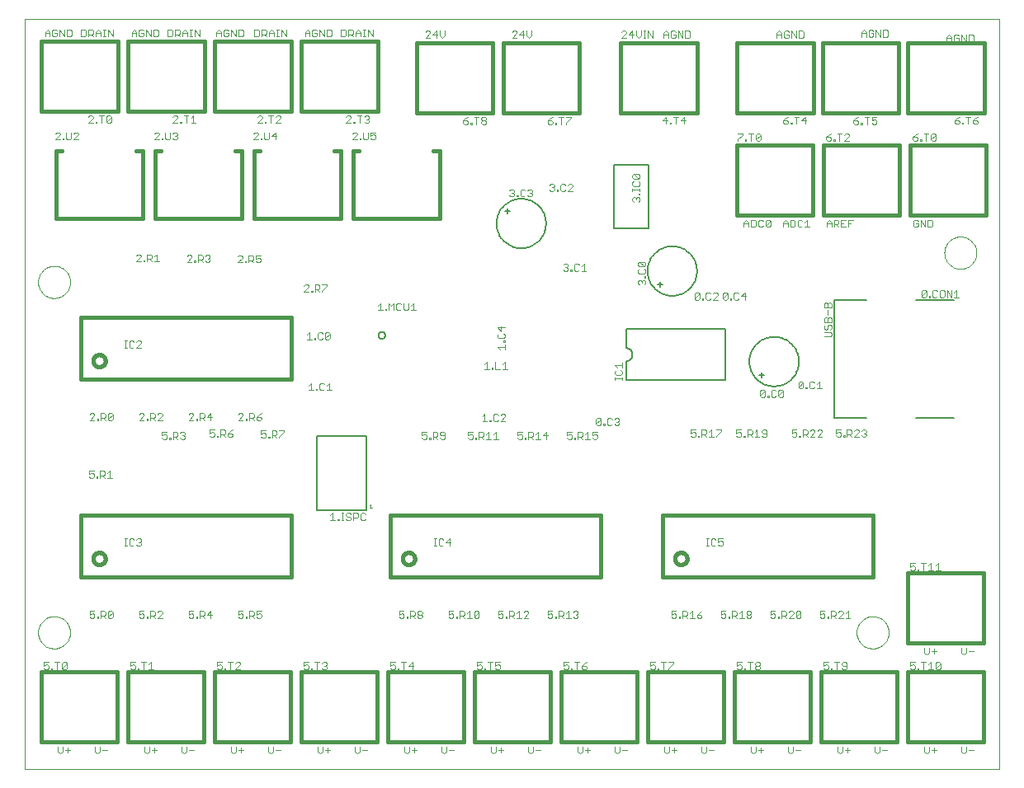
<source format=gto>
G75*
G70*
%OFA0B0*%
%FSLAX24Y24*%
%IPPOS*%
%LPD*%
%AMOC8*
5,1,8,0,0,1.08239X$1,22.5*
%
%ADD10C,0.0039*%
%ADD11C,0.0000*%
%ADD12C,0.0080*%
%ADD13C,0.0030*%
%ADD14C,0.0060*%
%ADD15C,0.0050*%
%ADD16C,0.0160*%
%ADD17C,0.0010*%
D10*
X006386Y005283D02*
X045756Y005283D01*
X045756Y035598D01*
X006386Y035598D01*
X006386Y005283D01*
D11*
X006917Y010795D02*
X006919Y010845D01*
X006925Y010895D01*
X006935Y010945D01*
X006948Y010993D01*
X006965Y011041D01*
X006986Y011087D01*
X007010Y011131D01*
X007038Y011173D01*
X007069Y011213D01*
X007103Y011250D01*
X007140Y011285D01*
X007179Y011316D01*
X007220Y011345D01*
X007264Y011370D01*
X007310Y011392D01*
X007357Y011410D01*
X007405Y011424D01*
X007454Y011435D01*
X007504Y011442D01*
X007554Y011445D01*
X007605Y011444D01*
X007655Y011439D01*
X007705Y011430D01*
X007753Y011418D01*
X007801Y011401D01*
X007847Y011381D01*
X007892Y011358D01*
X007935Y011331D01*
X007975Y011301D01*
X008013Y011268D01*
X008048Y011232D01*
X008081Y011193D01*
X008110Y011152D01*
X008136Y011109D01*
X008159Y011064D01*
X008178Y011017D01*
X008193Y010969D01*
X008205Y010920D01*
X008213Y010870D01*
X008217Y010820D01*
X008217Y010770D01*
X008213Y010720D01*
X008205Y010670D01*
X008193Y010621D01*
X008178Y010573D01*
X008159Y010526D01*
X008136Y010481D01*
X008110Y010438D01*
X008081Y010397D01*
X008048Y010358D01*
X008013Y010322D01*
X007975Y010289D01*
X007935Y010259D01*
X007892Y010232D01*
X007847Y010209D01*
X007801Y010189D01*
X007753Y010172D01*
X007705Y010160D01*
X007655Y010151D01*
X007605Y010146D01*
X007554Y010145D01*
X007504Y010148D01*
X007454Y010155D01*
X007405Y010166D01*
X007357Y010180D01*
X007310Y010198D01*
X007264Y010220D01*
X007220Y010245D01*
X007179Y010274D01*
X007140Y010305D01*
X007103Y010340D01*
X007069Y010377D01*
X007038Y010417D01*
X007010Y010459D01*
X006986Y010503D01*
X006965Y010549D01*
X006948Y010597D01*
X006935Y010645D01*
X006925Y010695D01*
X006919Y010745D01*
X006917Y010795D01*
X006917Y024968D02*
X006919Y025018D01*
X006925Y025068D01*
X006935Y025118D01*
X006948Y025166D01*
X006965Y025214D01*
X006986Y025260D01*
X007010Y025304D01*
X007038Y025346D01*
X007069Y025386D01*
X007103Y025423D01*
X007140Y025458D01*
X007179Y025489D01*
X007220Y025518D01*
X007264Y025543D01*
X007310Y025565D01*
X007357Y025583D01*
X007405Y025597D01*
X007454Y025608D01*
X007504Y025615D01*
X007554Y025618D01*
X007605Y025617D01*
X007655Y025612D01*
X007705Y025603D01*
X007753Y025591D01*
X007801Y025574D01*
X007847Y025554D01*
X007892Y025531D01*
X007935Y025504D01*
X007975Y025474D01*
X008013Y025441D01*
X008048Y025405D01*
X008081Y025366D01*
X008110Y025325D01*
X008136Y025282D01*
X008159Y025237D01*
X008178Y025190D01*
X008193Y025142D01*
X008205Y025093D01*
X008213Y025043D01*
X008217Y024993D01*
X008217Y024943D01*
X008213Y024893D01*
X008205Y024843D01*
X008193Y024794D01*
X008178Y024746D01*
X008159Y024699D01*
X008136Y024654D01*
X008110Y024611D01*
X008081Y024570D01*
X008048Y024531D01*
X008013Y024495D01*
X007975Y024462D01*
X007935Y024432D01*
X007892Y024405D01*
X007847Y024382D01*
X007801Y024362D01*
X007753Y024345D01*
X007705Y024333D01*
X007655Y024324D01*
X007605Y024319D01*
X007554Y024318D01*
X007504Y024321D01*
X007454Y024328D01*
X007405Y024339D01*
X007357Y024353D01*
X007310Y024371D01*
X007264Y024393D01*
X007220Y024418D01*
X007179Y024447D01*
X007140Y024478D01*
X007103Y024513D01*
X007069Y024550D01*
X007038Y024590D01*
X007010Y024632D01*
X006986Y024676D01*
X006965Y024722D01*
X006948Y024770D01*
X006935Y024818D01*
X006925Y024868D01*
X006919Y024918D01*
X006917Y024968D01*
X039988Y010795D02*
X039990Y010845D01*
X039996Y010895D01*
X040006Y010945D01*
X040019Y010993D01*
X040036Y011041D01*
X040057Y011087D01*
X040081Y011131D01*
X040109Y011173D01*
X040140Y011213D01*
X040174Y011250D01*
X040211Y011285D01*
X040250Y011316D01*
X040291Y011345D01*
X040335Y011370D01*
X040381Y011392D01*
X040428Y011410D01*
X040476Y011424D01*
X040525Y011435D01*
X040575Y011442D01*
X040625Y011445D01*
X040676Y011444D01*
X040726Y011439D01*
X040776Y011430D01*
X040824Y011418D01*
X040872Y011401D01*
X040918Y011381D01*
X040963Y011358D01*
X041006Y011331D01*
X041046Y011301D01*
X041084Y011268D01*
X041119Y011232D01*
X041152Y011193D01*
X041181Y011152D01*
X041207Y011109D01*
X041230Y011064D01*
X041249Y011017D01*
X041264Y010969D01*
X041276Y010920D01*
X041284Y010870D01*
X041288Y010820D01*
X041288Y010770D01*
X041284Y010720D01*
X041276Y010670D01*
X041264Y010621D01*
X041249Y010573D01*
X041230Y010526D01*
X041207Y010481D01*
X041181Y010438D01*
X041152Y010397D01*
X041119Y010358D01*
X041084Y010322D01*
X041046Y010289D01*
X041006Y010259D01*
X040963Y010232D01*
X040918Y010209D01*
X040872Y010189D01*
X040824Y010172D01*
X040776Y010160D01*
X040726Y010151D01*
X040676Y010146D01*
X040625Y010145D01*
X040575Y010148D01*
X040525Y010155D01*
X040476Y010166D01*
X040428Y010180D01*
X040381Y010198D01*
X040335Y010220D01*
X040291Y010245D01*
X040250Y010274D01*
X040211Y010305D01*
X040174Y010340D01*
X040140Y010377D01*
X040109Y010417D01*
X040081Y010459D01*
X040057Y010503D01*
X040036Y010549D01*
X040019Y010597D01*
X040006Y010645D01*
X039996Y010695D01*
X039990Y010745D01*
X039988Y010795D01*
X043531Y026149D02*
X043533Y026199D01*
X043539Y026249D01*
X043549Y026299D01*
X043562Y026347D01*
X043579Y026395D01*
X043600Y026441D01*
X043624Y026485D01*
X043652Y026527D01*
X043683Y026567D01*
X043717Y026604D01*
X043754Y026639D01*
X043793Y026670D01*
X043834Y026699D01*
X043878Y026724D01*
X043924Y026746D01*
X043971Y026764D01*
X044019Y026778D01*
X044068Y026789D01*
X044118Y026796D01*
X044168Y026799D01*
X044219Y026798D01*
X044269Y026793D01*
X044319Y026784D01*
X044367Y026772D01*
X044415Y026755D01*
X044461Y026735D01*
X044506Y026712D01*
X044549Y026685D01*
X044589Y026655D01*
X044627Y026622D01*
X044662Y026586D01*
X044695Y026547D01*
X044724Y026506D01*
X044750Y026463D01*
X044773Y026418D01*
X044792Y026371D01*
X044807Y026323D01*
X044819Y026274D01*
X044827Y026224D01*
X044831Y026174D01*
X044831Y026124D01*
X044827Y026074D01*
X044819Y026024D01*
X044807Y025975D01*
X044792Y025927D01*
X044773Y025880D01*
X044750Y025835D01*
X044724Y025792D01*
X044695Y025751D01*
X044662Y025712D01*
X044627Y025676D01*
X044589Y025643D01*
X044549Y025613D01*
X044506Y025586D01*
X044461Y025563D01*
X044415Y025543D01*
X044367Y025526D01*
X044319Y025514D01*
X044269Y025505D01*
X044219Y025500D01*
X044168Y025499D01*
X044118Y025502D01*
X044068Y025509D01*
X044019Y025520D01*
X043971Y025534D01*
X043924Y025552D01*
X043878Y025574D01*
X043834Y025599D01*
X043793Y025628D01*
X043754Y025659D01*
X043717Y025694D01*
X043683Y025731D01*
X043652Y025771D01*
X043624Y025813D01*
X043600Y025857D01*
X043579Y025903D01*
X043562Y025951D01*
X043549Y025999D01*
X043539Y026049D01*
X043533Y026099D01*
X043531Y026149D01*
D12*
X034687Y023057D02*
X034687Y021009D01*
X030672Y021009D01*
X030672Y021759D01*
X030671Y021759D02*
X030703Y021763D01*
X030734Y021771D01*
X030764Y021781D01*
X030792Y021796D01*
X030819Y021813D01*
X030843Y021834D01*
X030865Y021857D01*
X030884Y021883D01*
X030900Y021910D01*
X030912Y021939D01*
X030922Y021970D01*
X030927Y022001D01*
X030929Y022033D01*
X030927Y022065D01*
X030922Y022096D01*
X030912Y022127D01*
X030900Y022156D01*
X030884Y022183D01*
X030865Y022209D01*
X030843Y022232D01*
X030819Y022253D01*
X030792Y022270D01*
X030764Y022285D01*
X030734Y022295D01*
X030703Y022303D01*
X030671Y022307D01*
X030672Y022307D02*
X030672Y023057D01*
X034687Y023057D01*
X031593Y027130D02*
X030193Y027130D01*
X030193Y029710D01*
X031593Y029710D01*
X031593Y027130D01*
D13*
X031170Y028207D02*
X031218Y028256D01*
X031218Y028352D01*
X031170Y028401D01*
X031121Y028401D01*
X031073Y028352D01*
X031073Y028304D01*
X031073Y028352D02*
X031024Y028401D01*
X030976Y028401D01*
X030928Y028352D01*
X030928Y028256D01*
X030976Y028207D01*
X031170Y028502D02*
X031170Y028550D01*
X031218Y028550D01*
X031218Y028502D01*
X031170Y028502D01*
X031218Y028649D02*
X031218Y028746D01*
X031218Y028698D02*
X030928Y028698D01*
X030928Y028746D02*
X030928Y028649D01*
X030976Y028846D02*
X031170Y028846D01*
X031218Y028894D01*
X031218Y028991D01*
X031170Y029039D01*
X031170Y029140D02*
X030976Y029334D01*
X031170Y029334D01*
X031218Y029285D01*
X031218Y029189D01*
X031170Y029140D01*
X030976Y029140D01*
X030928Y029189D01*
X030928Y029285D01*
X030976Y029334D01*
X030976Y029039D02*
X030928Y028991D01*
X030928Y028894D01*
X030976Y028846D01*
X028512Y028839D02*
X028512Y028887D01*
X028463Y028936D01*
X028367Y028936D01*
X028318Y028887D01*
X028217Y028887D02*
X028169Y028936D01*
X028072Y028936D01*
X028023Y028887D01*
X028023Y028694D01*
X028072Y028646D01*
X028169Y028646D01*
X028217Y028694D01*
X028318Y028646D02*
X028512Y028839D01*
X028512Y028646D02*
X028318Y028646D01*
X027925Y028646D02*
X027876Y028646D01*
X027876Y028694D01*
X027925Y028694D01*
X027925Y028646D01*
X027775Y028694D02*
X027727Y028646D01*
X027630Y028646D01*
X027582Y028694D01*
X027678Y028791D02*
X027727Y028791D01*
X027775Y028742D01*
X027775Y028694D01*
X027727Y028791D02*
X027775Y028839D01*
X027775Y028887D01*
X027727Y028936D01*
X027630Y028936D01*
X027582Y028887D01*
X026891Y028664D02*
X026891Y028616D01*
X026842Y028568D01*
X026891Y028519D01*
X026891Y028471D01*
X026842Y028423D01*
X026746Y028423D01*
X026697Y028471D01*
X026596Y028471D02*
X026548Y028423D01*
X026451Y028423D01*
X026403Y028471D01*
X026403Y028664D01*
X026451Y028713D01*
X026548Y028713D01*
X026596Y028664D01*
X026697Y028664D02*
X026746Y028713D01*
X026842Y028713D01*
X026891Y028664D01*
X026842Y028568D02*
X026794Y028568D01*
X026304Y028471D02*
X026304Y028423D01*
X026255Y028423D01*
X026255Y028471D01*
X026304Y028471D01*
X026154Y028471D02*
X026106Y028423D01*
X026009Y028423D01*
X025961Y028471D01*
X026057Y028568D02*
X026106Y028568D01*
X026154Y028519D01*
X026154Y028471D01*
X026106Y028568D02*
X026154Y028616D01*
X026154Y028664D01*
X026106Y028713D01*
X026009Y028713D01*
X025961Y028664D01*
X024973Y031351D02*
X024876Y031351D01*
X024828Y031399D01*
X024828Y031448D01*
X024876Y031496D01*
X024973Y031496D01*
X025021Y031448D01*
X025021Y031399D01*
X024973Y031351D01*
X024973Y031496D02*
X025021Y031545D01*
X025021Y031593D01*
X024973Y031641D01*
X024876Y031641D01*
X024828Y031593D01*
X024828Y031545D01*
X024876Y031496D01*
X024727Y031641D02*
X024533Y031641D01*
X024630Y031641D02*
X024630Y031351D01*
X024434Y031351D02*
X024386Y031351D01*
X024386Y031399D01*
X024434Y031399D01*
X024434Y031351D01*
X024285Y031399D02*
X024236Y031351D01*
X024140Y031351D01*
X024091Y031399D01*
X024091Y031496D01*
X024236Y031496D01*
X024285Y031448D01*
X024285Y031399D01*
X024188Y031593D02*
X024091Y031496D01*
X024188Y031593D02*
X024285Y031641D01*
X027513Y031496D02*
X027658Y031496D01*
X027706Y031448D01*
X027706Y031399D01*
X027658Y031351D01*
X027561Y031351D01*
X027513Y031399D01*
X027513Y031496D01*
X027609Y031593D01*
X027706Y031641D01*
X027955Y031641D02*
X028148Y031641D01*
X028051Y031641D02*
X028051Y031351D01*
X027856Y031351D02*
X027856Y031399D01*
X027807Y031399D01*
X027807Y031351D01*
X027856Y031351D01*
X028249Y031351D02*
X028249Y031399D01*
X028443Y031593D01*
X028443Y031641D01*
X028249Y031641D01*
X032141Y031501D02*
X032335Y031501D01*
X032436Y031404D02*
X032484Y031404D01*
X032484Y031356D01*
X032436Y031356D01*
X032436Y031404D01*
X032287Y031356D02*
X032287Y031646D01*
X032141Y031501D01*
X032583Y031646D02*
X032777Y031646D01*
X032680Y031646D02*
X032680Y031356D01*
X032878Y031501D02*
X033072Y031501D01*
X033023Y031356D02*
X033023Y031646D01*
X032878Y031501D01*
X035180Y030969D02*
X035373Y030969D01*
X035373Y030921D01*
X035180Y030727D01*
X035180Y030679D01*
X035474Y030679D02*
X035523Y030679D01*
X035523Y030727D01*
X035474Y030727D01*
X035474Y030679D01*
X035718Y030679D02*
X035718Y030969D01*
X035622Y030969D02*
X035815Y030969D01*
X035916Y030921D02*
X035965Y030969D01*
X036061Y030969D01*
X036110Y030921D01*
X035916Y030727D01*
X035965Y030679D01*
X036061Y030679D01*
X036110Y030727D01*
X036110Y030921D01*
X035916Y030921D02*
X035916Y030727D01*
X037023Y031404D02*
X037072Y031356D01*
X037168Y031356D01*
X037217Y031404D01*
X037217Y031453D01*
X037168Y031501D01*
X037023Y031501D01*
X037023Y031404D01*
X037023Y031501D02*
X037120Y031598D01*
X037217Y031646D01*
X037465Y031646D02*
X037659Y031646D01*
X037562Y031646D02*
X037562Y031356D01*
X037366Y031356D02*
X037366Y031404D01*
X037318Y031404D01*
X037318Y031356D01*
X037366Y031356D01*
X037760Y031501D02*
X037953Y031501D01*
X037905Y031356D02*
X037905Y031646D01*
X037760Y031501D01*
X038758Y030824D02*
X038903Y030824D01*
X038952Y030776D01*
X038952Y030727D01*
X038903Y030679D01*
X038807Y030679D01*
X038758Y030727D01*
X038758Y030824D01*
X038855Y030921D01*
X038952Y030969D01*
X039200Y030969D02*
X039394Y030969D01*
X039297Y030969D02*
X039297Y030679D01*
X039101Y030679D02*
X039053Y030679D01*
X039053Y030727D01*
X039101Y030727D01*
X039101Y030679D01*
X039495Y030679D02*
X039688Y030872D01*
X039688Y030921D01*
X039640Y030969D01*
X039543Y030969D01*
X039495Y030921D01*
X039495Y030679D02*
X039688Y030679D01*
X039910Y031351D02*
X040007Y031351D01*
X040055Y031399D01*
X040055Y031448D01*
X040007Y031496D01*
X039862Y031496D01*
X039862Y031399D01*
X039910Y031351D01*
X039862Y031496D02*
X039959Y031593D01*
X040055Y031641D01*
X040304Y031641D02*
X040497Y031641D01*
X040401Y031641D02*
X040401Y031351D01*
X040205Y031351D02*
X040205Y031399D01*
X040157Y031399D01*
X040157Y031351D01*
X040205Y031351D01*
X040599Y031399D02*
X040647Y031351D01*
X040744Y031351D01*
X040792Y031399D01*
X040792Y031496D01*
X040744Y031545D01*
X040695Y031545D01*
X040599Y031496D01*
X040599Y031641D01*
X040792Y031641D01*
X042258Y030824D02*
X042403Y030824D01*
X042452Y030776D01*
X042452Y030727D01*
X042403Y030679D01*
X042307Y030679D01*
X042258Y030727D01*
X042258Y030824D01*
X042355Y030921D01*
X042452Y030969D01*
X042700Y030969D02*
X042894Y030969D01*
X042797Y030969D02*
X042797Y030679D01*
X042601Y030679D02*
X042553Y030679D01*
X042553Y030727D01*
X042601Y030727D01*
X042601Y030679D01*
X042995Y030727D02*
X043188Y030921D01*
X043188Y030727D01*
X043140Y030679D01*
X043043Y030679D01*
X042995Y030727D01*
X042995Y030921D01*
X043043Y030969D01*
X043140Y030969D01*
X043188Y030921D01*
X043952Y031404D02*
X044001Y031356D01*
X044098Y031356D01*
X044146Y031404D01*
X044146Y031453D01*
X044098Y031501D01*
X043952Y031501D01*
X043952Y031404D01*
X043952Y031501D02*
X044049Y031598D01*
X044146Y031646D01*
X044394Y031646D02*
X044588Y031646D01*
X044491Y031646D02*
X044491Y031356D01*
X044296Y031356D02*
X044247Y031356D01*
X044247Y031404D01*
X044296Y031404D01*
X044296Y031356D01*
X044689Y031404D02*
X044737Y031356D01*
X044834Y031356D01*
X044883Y031404D01*
X044883Y031453D01*
X044834Y031501D01*
X044689Y031501D01*
X044689Y031404D01*
X044689Y031501D02*
X044786Y031598D01*
X044883Y031646D01*
X044652Y034680D02*
X044507Y034680D01*
X044507Y034970D01*
X044652Y034970D01*
X044701Y034922D01*
X044701Y034728D01*
X044652Y034680D01*
X044406Y034680D02*
X044406Y034970D01*
X044212Y034970D02*
X044406Y034680D01*
X044212Y034680D02*
X044212Y034970D01*
X044111Y034922D02*
X044063Y034970D01*
X043966Y034970D01*
X043918Y034922D01*
X043918Y034728D01*
X043966Y034680D01*
X044063Y034680D01*
X044111Y034728D01*
X044111Y034825D01*
X044014Y034825D01*
X043817Y034825D02*
X043623Y034825D01*
X043623Y034873D02*
X043720Y034970D01*
X043817Y034873D01*
X043817Y034680D01*
X043623Y034680D02*
X043623Y034873D01*
X041251Y034925D02*
X041251Y035119D01*
X041202Y035167D01*
X041057Y035167D01*
X041057Y034877D01*
X041202Y034877D01*
X041251Y034925D01*
X040956Y034877D02*
X040956Y035167D01*
X040763Y035167D02*
X040763Y034877D01*
X040661Y034925D02*
X040661Y035022D01*
X040565Y035022D01*
X040661Y035119D02*
X040613Y035167D01*
X040516Y035167D01*
X040468Y035119D01*
X040468Y034925D01*
X040516Y034877D01*
X040613Y034877D01*
X040661Y034925D01*
X040763Y035167D02*
X040956Y034877D01*
X040367Y034877D02*
X040367Y035070D01*
X040270Y035167D01*
X040173Y035070D01*
X040173Y034877D01*
X040173Y035022D02*
X040367Y035022D01*
X037840Y035079D02*
X037792Y035128D01*
X037647Y035128D01*
X037647Y034837D01*
X037792Y034837D01*
X037840Y034886D01*
X037840Y035079D01*
X037546Y035128D02*
X037546Y034837D01*
X037352Y035128D01*
X037352Y034837D01*
X037251Y034886D02*
X037251Y034982D01*
X037154Y034982D01*
X037057Y034886D02*
X037106Y034837D01*
X037203Y034837D01*
X037251Y034886D01*
X037251Y035079D02*
X037203Y035128D01*
X037106Y035128D01*
X037057Y035079D01*
X037057Y034886D01*
X036956Y034837D02*
X036956Y035031D01*
X036860Y035128D01*
X036763Y035031D01*
X036763Y034837D01*
X036763Y034982D02*
X036956Y034982D01*
X033258Y034886D02*
X033258Y035079D01*
X033209Y035128D01*
X033064Y035128D01*
X033064Y034837D01*
X033209Y034837D01*
X033258Y034886D01*
X032963Y034837D02*
X032963Y035128D01*
X032769Y035128D02*
X032963Y034837D01*
X032769Y034837D02*
X032769Y035128D01*
X032668Y035079D02*
X032620Y035128D01*
X032523Y035128D01*
X032475Y035079D01*
X032475Y034886D01*
X032523Y034837D01*
X032620Y034837D01*
X032668Y034886D01*
X032668Y034982D01*
X032572Y034982D01*
X032374Y034982D02*
X032180Y034982D01*
X032180Y035031D02*
X032277Y035128D01*
X032374Y035031D01*
X032374Y034837D01*
X032180Y034837D02*
X032180Y035031D01*
X031758Y035128D02*
X031758Y034837D01*
X031564Y035128D01*
X031564Y034837D01*
X031464Y034837D02*
X031368Y034837D01*
X031416Y034837D02*
X031416Y035128D01*
X031368Y035128D02*
X031464Y035128D01*
X031267Y035128D02*
X031267Y034934D01*
X031170Y034837D01*
X031073Y034934D01*
X031073Y035128D01*
X030923Y035128D02*
X030778Y034982D01*
X030972Y034982D01*
X030923Y034837D02*
X030923Y035128D01*
X030677Y035079D02*
X030629Y035128D01*
X030532Y035128D01*
X030484Y035079D01*
X030677Y035079D02*
X030677Y035031D01*
X030484Y034837D01*
X030677Y034837D01*
X026850Y034934D02*
X026850Y035128D01*
X026657Y035128D02*
X026657Y034934D01*
X026753Y034837D01*
X026850Y034934D01*
X026555Y034982D02*
X026362Y034982D01*
X026507Y035128D01*
X026507Y034837D01*
X026261Y034837D02*
X026067Y034837D01*
X026261Y035031D01*
X026261Y035079D01*
X026212Y035128D01*
X026116Y035128D01*
X026067Y035079D01*
X023350Y035128D02*
X023350Y034934D01*
X023253Y034837D01*
X023157Y034934D01*
X023157Y035128D01*
X023007Y035128D02*
X022862Y034982D01*
X023055Y034982D01*
X023007Y034837D02*
X023007Y035128D01*
X022761Y035079D02*
X022712Y035128D01*
X022616Y035128D01*
X022567Y035079D01*
X022761Y035079D02*
X022761Y035031D01*
X022567Y034837D01*
X022761Y034837D01*
X020436Y034888D02*
X020436Y035178D01*
X020242Y035178D02*
X020242Y034888D01*
X020143Y034888D02*
X020046Y034888D01*
X020094Y034888D02*
X020094Y035178D01*
X020046Y035178D02*
X020143Y035178D01*
X020242Y035178D02*
X020436Y034888D01*
X019945Y034888D02*
X019945Y035081D01*
X019848Y035178D01*
X019751Y035081D01*
X019751Y034888D01*
X019650Y034888D02*
X019553Y034984D01*
X019602Y034984D02*
X019457Y034984D01*
X019457Y034888D02*
X019457Y035178D01*
X019602Y035178D01*
X019650Y035129D01*
X019650Y035033D01*
X019602Y034984D01*
X019751Y035033D02*
X019945Y035033D01*
X019355Y035129D02*
X019307Y035178D01*
X019162Y035178D01*
X019162Y034888D01*
X019307Y034888D01*
X019355Y034936D01*
X019355Y035129D01*
X018778Y035129D02*
X018730Y035178D01*
X018585Y035178D01*
X018585Y034888D01*
X018730Y034888D01*
X018778Y034936D01*
X018778Y035129D01*
X018484Y035178D02*
X018484Y034888D01*
X018290Y035178D01*
X018290Y034888D01*
X018189Y034936D02*
X018189Y035033D01*
X018092Y035033D01*
X017995Y035129D02*
X018044Y035178D01*
X018141Y035178D01*
X018189Y035129D01*
X018189Y034936D02*
X018141Y034888D01*
X018044Y034888D01*
X017995Y034936D01*
X017995Y035129D01*
X017894Y035081D02*
X017894Y034888D01*
X017894Y035033D02*
X017701Y035033D01*
X017701Y035081D02*
X017798Y035178D01*
X017894Y035081D01*
X017701Y035081D02*
X017701Y034888D01*
X016936Y034888D02*
X016936Y035178D01*
X016742Y035178D02*
X016936Y034888D01*
X016742Y034888D02*
X016742Y035178D01*
X016643Y035178D02*
X016546Y035178D01*
X016594Y035178D02*
X016594Y034888D01*
X016546Y034888D02*
X016643Y034888D01*
X016445Y034888D02*
X016445Y035081D01*
X016348Y035178D01*
X016251Y035081D01*
X016251Y034888D01*
X016150Y034888D02*
X016053Y034984D01*
X016102Y034984D02*
X015957Y034984D01*
X015957Y034888D02*
X015957Y035178D01*
X016102Y035178D01*
X016150Y035129D01*
X016150Y035033D01*
X016102Y034984D01*
X016251Y035033D02*
X016445Y035033D01*
X015855Y035129D02*
X015807Y035178D01*
X015662Y035178D01*
X015662Y034888D01*
X015807Y034888D01*
X015855Y034936D01*
X015855Y035129D01*
X015200Y035129D02*
X015151Y035178D01*
X015006Y035178D01*
X015006Y034888D01*
X015151Y034888D01*
X015200Y034936D01*
X015200Y035129D01*
X014905Y035178D02*
X014905Y034888D01*
X014711Y035178D01*
X014711Y034888D01*
X014610Y034936D02*
X014610Y035033D01*
X014513Y035033D01*
X014417Y035129D02*
X014417Y034936D01*
X014465Y034888D01*
X014562Y034888D01*
X014610Y034936D01*
X014610Y035129D02*
X014562Y035178D01*
X014465Y035178D01*
X014417Y035129D01*
X014316Y035081D02*
X014316Y034888D01*
X014316Y035033D02*
X014122Y035033D01*
X014122Y035081D02*
X014219Y035178D01*
X014316Y035081D01*
X014122Y035081D02*
X014122Y034888D01*
X013436Y034888D02*
X013436Y035178D01*
X013242Y035178D02*
X013242Y034888D01*
X013143Y034888D02*
X013046Y034888D01*
X013094Y034888D02*
X013094Y035178D01*
X013046Y035178D02*
X013143Y035178D01*
X013242Y035178D02*
X013436Y034888D01*
X012945Y034888D02*
X012945Y035081D01*
X012848Y035178D01*
X012751Y035081D01*
X012751Y034888D01*
X012650Y034888D02*
X012553Y034984D01*
X012602Y034984D02*
X012457Y034984D01*
X012457Y034888D02*
X012457Y035178D01*
X012602Y035178D01*
X012650Y035129D01*
X012650Y035033D01*
X012602Y034984D01*
X012751Y035033D02*
X012945Y035033D01*
X012355Y035129D02*
X012307Y035178D01*
X012162Y035178D01*
X012162Y034888D01*
X012307Y034888D01*
X012355Y034936D01*
X012355Y035129D01*
X011778Y035129D02*
X011730Y035178D01*
X011585Y035178D01*
X011585Y034888D01*
X011730Y034888D01*
X011778Y034936D01*
X011778Y035129D01*
X011484Y035178D02*
X011484Y034888D01*
X011290Y035178D01*
X011290Y034888D01*
X011189Y034936D02*
X011189Y035033D01*
X011092Y035033D01*
X010995Y035129D02*
X010995Y034936D01*
X011044Y034888D01*
X011141Y034888D01*
X011189Y034936D01*
X011189Y035129D02*
X011141Y035178D01*
X011044Y035178D01*
X010995Y035129D01*
X010894Y035081D02*
X010798Y035178D01*
X010701Y035081D01*
X010701Y034888D01*
X010701Y035033D02*
X010894Y035033D01*
X010894Y035081D02*
X010894Y034888D01*
X009936Y034888D02*
X009936Y035178D01*
X009742Y035178D02*
X009936Y034888D01*
X009742Y034888D02*
X009742Y035178D01*
X009643Y035178D02*
X009546Y035178D01*
X009594Y035178D02*
X009594Y034888D01*
X009546Y034888D02*
X009643Y034888D01*
X009445Y034888D02*
X009445Y035081D01*
X009348Y035178D01*
X009251Y035081D01*
X009251Y034888D01*
X009150Y034888D02*
X009053Y034984D01*
X009102Y034984D02*
X008957Y034984D01*
X008957Y034888D02*
X008957Y035178D01*
X009102Y035178D01*
X009150Y035129D01*
X009150Y035033D01*
X009102Y034984D01*
X009251Y035033D02*
X009445Y035033D01*
X008855Y035129D02*
X008807Y035178D01*
X008662Y035178D01*
X008662Y034888D01*
X008807Y034888D01*
X008855Y034936D01*
X008855Y035129D01*
X008278Y035129D02*
X008230Y035178D01*
X008085Y035178D01*
X008085Y034888D01*
X008230Y034888D01*
X008278Y034936D01*
X008278Y035129D01*
X007984Y035178D02*
X007984Y034888D01*
X007790Y035178D01*
X007790Y034888D01*
X007689Y034936D02*
X007689Y035033D01*
X007592Y035033D01*
X007495Y035129D02*
X007495Y034936D01*
X007544Y034888D01*
X007641Y034888D01*
X007689Y034936D01*
X007689Y035129D02*
X007641Y035178D01*
X007544Y035178D01*
X007495Y035129D01*
X007394Y035081D02*
X007394Y034888D01*
X007394Y035033D02*
X007201Y035033D01*
X007201Y035081D02*
X007298Y035178D01*
X007394Y035081D01*
X007201Y035081D02*
X007201Y034888D01*
X008989Y031692D02*
X008941Y031643D01*
X008989Y031692D02*
X009086Y031692D01*
X009134Y031643D01*
X009134Y031595D01*
X008941Y031401D01*
X009134Y031401D01*
X009235Y031401D02*
X009284Y031401D01*
X009284Y031450D01*
X009235Y031450D01*
X009235Y031401D01*
X009479Y031401D02*
X009479Y031692D01*
X009383Y031692D02*
X009576Y031692D01*
X009677Y031643D02*
X009726Y031692D01*
X009822Y031692D01*
X009871Y031643D01*
X009677Y031450D01*
X009726Y031401D01*
X009822Y031401D01*
X009871Y031450D01*
X009871Y031643D01*
X009677Y031643D02*
X009677Y031450D01*
X008550Y030970D02*
X008502Y031018D01*
X008405Y031018D01*
X008356Y030970D01*
X008255Y031018D02*
X008255Y030776D01*
X008207Y030728D01*
X008110Y030728D01*
X008062Y030776D01*
X008062Y031018D01*
X007813Y030970D02*
X007765Y031018D01*
X007668Y031018D01*
X007620Y030970D01*
X007813Y030970D02*
X007813Y030922D01*
X007620Y030728D01*
X007813Y030728D01*
X007914Y030728D02*
X007963Y030728D01*
X007963Y030776D01*
X007914Y030776D01*
X007914Y030728D01*
X008356Y030728D02*
X008550Y030922D01*
X008550Y030970D01*
X008550Y030728D02*
X008356Y030728D01*
X011620Y030728D02*
X011813Y030922D01*
X011813Y030970D01*
X011765Y031018D01*
X011668Y031018D01*
X011620Y030970D01*
X011620Y030728D02*
X011813Y030728D01*
X011914Y030728D02*
X011963Y030728D01*
X011963Y030776D01*
X011914Y030776D01*
X011914Y030728D01*
X012062Y030776D02*
X012110Y030728D01*
X012207Y030728D01*
X012255Y030776D01*
X012255Y031018D01*
X012356Y030970D02*
X012405Y031018D01*
X012502Y031018D01*
X012550Y030970D01*
X012550Y030922D01*
X012502Y030873D01*
X012550Y030825D01*
X012550Y030776D01*
X012502Y030728D01*
X012405Y030728D01*
X012356Y030776D01*
X012453Y030873D02*
X012502Y030873D01*
X012062Y030776D02*
X012062Y031018D01*
X012362Y031401D02*
X012555Y031595D01*
X012555Y031643D01*
X012507Y031692D01*
X012410Y031692D01*
X012362Y031643D01*
X012362Y031401D02*
X012555Y031401D01*
X012657Y031401D02*
X012705Y031401D01*
X012705Y031450D01*
X012657Y031450D01*
X012657Y031401D01*
X012901Y031401D02*
X012901Y031692D01*
X012997Y031692D02*
X012804Y031692D01*
X013099Y031595D02*
X013195Y031692D01*
X013195Y031401D01*
X013099Y031401D02*
X013292Y031401D01*
X015620Y030970D02*
X015668Y031018D01*
X015765Y031018D01*
X015813Y030970D01*
X015813Y030922D01*
X015620Y030728D01*
X015813Y030728D01*
X015914Y030728D02*
X015963Y030728D01*
X015963Y030776D01*
X015914Y030776D01*
X015914Y030728D01*
X016062Y030776D02*
X016110Y030728D01*
X016207Y030728D01*
X016255Y030776D01*
X016255Y031018D01*
X016356Y030873D02*
X016502Y031018D01*
X016502Y030728D01*
X016550Y030873D02*
X016356Y030873D01*
X016062Y030776D02*
X016062Y031018D01*
X016078Y031401D02*
X016126Y031401D01*
X016126Y031450D01*
X016078Y031450D01*
X016078Y031401D01*
X015977Y031401D02*
X015783Y031401D01*
X015977Y031595D01*
X015977Y031643D01*
X015928Y031692D01*
X015832Y031692D01*
X015783Y031643D01*
X016225Y031692D02*
X016419Y031692D01*
X016322Y031692D02*
X016322Y031401D01*
X016520Y031401D02*
X016713Y031595D01*
X016713Y031643D01*
X016665Y031692D01*
X016568Y031692D01*
X016520Y031643D01*
X016520Y031401D02*
X016713Y031401D01*
X019362Y031401D02*
X019555Y031595D01*
X019555Y031643D01*
X019507Y031692D01*
X019410Y031692D01*
X019362Y031643D01*
X019362Y031401D02*
X019555Y031401D01*
X019657Y031401D02*
X019705Y031401D01*
X019705Y031450D01*
X019657Y031450D01*
X019657Y031401D01*
X019901Y031401D02*
X019901Y031692D01*
X019997Y031692D02*
X019804Y031692D01*
X020099Y031643D02*
X020147Y031692D01*
X020244Y031692D01*
X020292Y031643D01*
X020292Y031595D01*
X020244Y031546D01*
X020292Y031498D01*
X020292Y031450D01*
X020244Y031401D01*
X020147Y031401D01*
X020099Y031450D01*
X020195Y031546D02*
X020244Y031546D01*
X020255Y031018D02*
X020255Y030776D01*
X020207Y030728D01*
X020110Y030728D01*
X020062Y030776D01*
X020062Y031018D01*
X019813Y030970D02*
X019765Y031018D01*
X019668Y031018D01*
X019620Y030970D01*
X019813Y030970D02*
X019813Y030922D01*
X019620Y030728D01*
X019813Y030728D01*
X019914Y030728D02*
X019963Y030728D01*
X019963Y030776D01*
X019914Y030776D01*
X019914Y030728D01*
X020356Y030776D02*
X020405Y030728D01*
X020502Y030728D01*
X020550Y030776D01*
X020550Y030873D01*
X020502Y030922D01*
X020453Y030922D01*
X020356Y030873D01*
X020356Y031018D01*
X020550Y031018D01*
X015910Y026046D02*
X015717Y026046D01*
X015717Y025901D01*
X015813Y025949D01*
X015862Y025949D01*
X015910Y025901D01*
X015910Y025804D01*
X015862Y025756D01*
X015765Y025756D01*
X015717Y025804D01*
X015616Y025756D02*
X015519Y025853D01*
X015567Y025853D02*
X015422Y025853D01*
X015422Y025756D02*
X015422Y026046D01*
X015567Y026046D01*
X015616Y025998D01*
X015616Y025901D01*
X015567Y025853D01*
X015323Y025804D02*
X015323Y025756D01*
X015275Y025756D01*
X015275Y025804D01*
X015323Y025804D01*
X015174Y025756D02*
X014980Y025756D01*
X015174Y025949D01*
X015174Y025998D01*
X015125Y026046D01*
X015028Y026046D01*
X014980Y025998D01*
X013863Y026017D02*
X013863Y025969D01*
X013815Y025921D01*
X013863Y025872D01*
X013863Y025824D01*
X013815Y025775D01*
X013718Y025775D01*
X013669Y025824D01*
X013568Y025775D02*
X013472Y025872D01*
X013520Y025872D02*
X013375Y025872D01*
X013375Y025775D02*
X013375Y026066D01*
X013520Y026066D01*
X013568Y026017D01*
X013568Y025921D01*
X013520Y025872D01*
X013669Y026017D02*
X013718Y026066D01*
X013815Y026066D01*
X013863Y026017D01*
X013815Y025921D02*
X013766Y025921D01*
X013276Y025824D02*
X013276Y025775D01*
X013227Y025775D01*
X013227Y025824D01*
X013276Y025824D01*
X013126Y025775D02*
X012933Y025775D01*
X013126Y025969D01*
X013126Y026017D01*
X013078Y026066D01*
X012981Y026066D01*
X012933Y026017D01*
X011816Y025795D02*
X011622Y025795D01*
X011719Y025795D02*
X011719Y026085D01*
X011622Y025989D01*
X011521Y026037D02*
X011521Y025940D01*
X011473Y025892D01*
X011328Y025892D01*
X011424Y025892D02*
X011521Y025795D01*
X011328Y025795D02*
X011328Y026085D01*
X011473Y026085D01*
X011521Y026037D01*
X011229Y025844D02*
X011229Y025795D01*
X011180Y025795D01*
X011180Y025844D01*
X011229Y025844D01*
X011079Y025795D02*
X010886Y025795D01*
X011079Y025989D01*
X011079Y026037D01*
X011031Y026085D01*
X010934Y026085D01*
X010886Y026037D01*
X010941Y022588D02*
X010892Y022540D01*
X010941Y022588D02*
X011037Y022588D01*
X011086Y022540D01*
X011086Y022492D01*
X010892Y022298D01*
X011086Y022298D01*
X010791Y022346D02*
X010743Y022298D01*
X010646Y022298D01*
X010598Y022346D01*
X010598Y022540D01*
X010646Y022588D01*
X010743Y022588D01*
X010791Y022540D01*
X010498Y022588D02*
X010401Y022588D01*
X010449Y022588D02*
X010449Y022298D01*
X010401Y022298D02*
X010498Y022298D01*
X011052Y019666D02*
X011004Y019618D01*
X011052Y019666D02*
X011149Y019666D01*
X011197Y019618D01*
X011197Y019569D01*
X011004Y019376D01*
X011197Y019376D01*
X011298Y019376D02*
X011347Y019376D01*
X011347Y019424D01*
X011298Y019424D01*
X011298Y019376D01*
X011446Y019376D02*
X011446Y019666D01*
X011591Y019666D01*
X011639Y019618D01*
X011639Y019521D01*
X011591Y019473D01*
X011446Y019473D01*
X011542Y019473D02*
X011639Y019376D01*
X011740Y019376D02*
X011934Y019569D01*
X011934Y019618D01*
X011885Y019666D01*
X011789Y019666D01*
X011740Y019618D01*
X011740Y019376D02*
X011934Y019376D01*
X011925Y018909D02*
X011925Y018764D01*
X012021Y018812D01*
X012070Y018812D01*
X012118Y018764D01*
X012118Y018667D01*
X012070Y018619D01*
X011973Y018619D01*
X011925Y018667D01*
X011925Y018909D02*
X012118Y018909D01*
X012367Y018909D02*
X012367Y018619D01*
X012367Y018716D02*
X012512Y018716D01*
X012560Y018764D01*
X012560Y018861D01*
X012512Y018909D01*
X012367Y018909D01*
X012463Y018716D02*
X012560Y018619D01*
X012661Y018667D02*
X012710Y018619D01*
X012806Y018619D01*
X012855Y018667D01*
X012855Y018716D01*
X012806Y018764D01*
X012758Y018764D01*
X012806Y018764D02*
X012855Y018812D01*
X012855Y018861D01*
X012806Y018909D01*
X012710Y018909D01*
X012661Y018861D01*
X012268Y018667D02*
X012268Y018619D01*
X012219Y018619D01*
X012219Y018667D01*
X012268Y018667D01*
X013004Y019376D02*
X013197Y019569D01*
X013197Y019618D01*
X013149Y019666D01*
X013052Y019666D01*
X013004Y019618D01*
X013004Y019376D02*
X013197Y019376D01*
X013298Y019376D02*
X013347Y019376D01*
X013347Y019424D01*
X013298Y019424D01*
X013298Y019376D01*
X013446Y019376D02*
X013446Y019666D01*
X013591Y019666D01*
X013639Y019618D01*
X013639Y019521D01*
X013591Y019473D01*
X013446Y019473D01*
X013542Y019473D02*
X013639Y019376D01*
X013740Y019521D02*
X013934Y019521D01*
X013885Y019376D02*
X013885Y019666D01*
X013740Y019521D01*
X013846Y018988D02*
X013846Y018843D01*
X013943Y018891D01*
X013991Y018891D01*
X014039Y018843D01*
X014039Y018746D01*
X013991Y018698D01*
X013894Y018698D01*
X013846Y018746D01*
X013846Y018988D02*
X014039Y018988D01*
X014288Y018988D02*
X014288Y018698D01*
X014288Y018794D02*
X014433Y018794D01*
X014481Y018843D01*
X014481Y018939D01*
X014433Y018988D01*
X014288Y018988D01*
X014385Y018794D02*
X014481Y018698D01*
X014583Y018746D02*
X014631Y018698D01*
X014728Y018698D01*
X014776Y018746D01*
X014776Y018794D01*
X014728Y018843D01*
X014583Y018843D01*
X014583Y018746D01*
X014583Y018843D02*
X014679Y018939D01*
X014776Y018988D01*
X015004Y019376D02*
X015197Y019569D01*
X015197Y019618D01*
X015149Y019666D01*
X015052Y019666D01*
X015004Y019618D01*
X015004Y019376D02*
X015197Y019376D01*
X015298Y019376D02*
X015347Y019376D01*
X015347Y019424D01*
X015298Y019424D01*
X015298Y019376D01*
X015446Y019376D02*
X015446Y019666D01*
X015591Y019666D01*
X015639Y019618D01*
X015639Y019521D01*
X015591Y019473D01*
X015446Y019473D01*
X015542Y019473D02*
X015639Y019376D01*
X015740Y019424D02*
X015789Y019376D01*
X015885Y019376D01*
X015934Y019424D01*
X015934Y019473D01*
X015885Y019521D01*
X015740Y019521D01*
X015740Y019424D01*
X015740Y019521D02*
X015837Y019618D01*
X015934Y019666D01*
X015925Y018955D02*
X015925Y018810D01*
X016022Y018859D01*
X016070Y018859D01*
X016118Y018810D01*
X016118Y018714D01*
X016070Y018665D01*
X015973Y018665D01*
X015925Y018714D01*
X015925Y018955D02*
X016118Y018955D01*
X016367Y018955D02*
X016367Y018665D01*
X016367Y018762D02*
X016512Y018762D01*
X016560Y018810D01*
X016560Y018907D01*
X016512Y018955D01*
X016367Y018955D01*
X016464Y018762D02*
X016560Y018665D01*
X016662Y018665D02*
X016662Y018714D01*
X016855Y018907D01*
X016855Y018955D01*
X016662Y018955D01*
X016268Y018714D02*
X016268Y018665D01*
X016220Y018665D01*
X016220Y018714D01*
X016268Y018714D01*
X014189Y018698D02*
X014141Y018698D01*
X014141Y018746D01*
X014189Y018746D01*
X014189Y018698D01*
X017845Y020593D02*
X018038Y020593D01*
X017942Y020593D02*
X017942Y020884D01*
X017845Y020787D01*
X018140Y020642D02*
X018188Y020642D01*
X018188Y020593D01*
X018140Y020593D01*
X018140Y020642D01*
X018287Y020642D02*
X018335Y020593D01*
X018432Y020593D01*
X018480Y020642D01*
X018582Y020593D02*
X018775Y020593D01*
X018678Y020593D02*
X018678Y020884D01*
X018582Y020787D01*
X018480Y020835D02*
X018432Y020884D01*
X018335Y020884D01*
X018287Y020835D01*
X018287Y020642D01*
X018269Y022641D02*
X018366Y022641D01*
X018414Y022689D01*
X018516Y022689D02*
X018709Y022883D01*
X018709Y022689D01*
X018661Y022641D01*
X018564Y022641D01*
X018516Y022689D01*
X018516Y022883D01*
X018564Y022931D01*
X018661Y022931D01*
X018709Y022883D01*
X018414Y022883D02*
X018366Y022931D01*
X018269Y022931D01*
X018221Y022883D01*
X018221Y022689D01*
X018269Y022641D01*
X018122Y022641D02*
X018074Y022641D01*
X018074Y022689D01*
X018122Y022689D01*
X018122Y022641D01*
X017972Y022641D02*
X017779Y022641D01*
X017876Y022641D02*
X017876Y022931D01*
X017779Y022834D01*
X017851Y024569D02*
X017657Y024569D01*
X017851Y024762D01*
X017851Y024811D01*
X017802Y024859D01*
X017706Y024859D01*
X017657Y024811D01*
X017952Y024617D02*
X018000Y024617D01*
X018000Y024569D01*
X017952Y024569D01*
X017952Y024617D01*
X018099Y024569D02*
X018099Y024859D01*
X018244Y024859D01*
X018293Y024811D01*
X018293Y024714D01*
X018244Y024666D01*
X018099Y024666D01*
X018196Y024666D02*
X018293Y024569D01*
X018394Y024569D02*
X018394Y024617D01*
X018587Y024811D01*
X018587Y024859D01*
X018394Y024859D01*
X020654Y024020D02*
X020750Y024117D01*
X020750Y023827D01*
X020654Y023827D02*
X020847Y023827D01*
X020948Y023827D02*
X020997Y023827D01*
X020997Y023875D01*
X020948Y023875D01*
X020948Y023827D01*
X021096Y023827D02*
X021096Y024117D01*
X021192Y024020D01*
X021289Y024117D01*
X021289Y023827D01*
X021390Y023875D02*
X021439Y023827D01*
X021535Y023827D01*
X021584Y023875D01*
X021685Y023875D02*
X021733Y023827D01*
X021830Y023827D01*
X021878Y023875D01*
X021878Y024117D01*
X021980Y024020D02*
X022076Y024117D01*
X022076Y023827D01*
X021980Y023827D02*
X022173Y023827D01*
X021685Y023875D02*
X021685Y024117D01*
X021584Y024068D02*
X021535Y024117D01*
X021439Y024117D01*
X021390Y024068D01*
X021390Y023875D01*
X024939Y021644D02*
X025036Y021741D01*
X025036Y021451D01*
X024939Y021451D02*
X025133Y021451D01*
X025234Y021451D02*
X025282Y021451D01*
X025282Y021499D01*
X025234Y021499D01*
X025234Y021451D01*
X025381Y021451D02*
X025575Y021451D01*
X025676Y021451D02*
X025870Y021451D01*
X025773Y021451D02*
X025773Y021741D01*
X025676Y021644D01*
X025381Y021741D02*
X025381Y021451D01*
X025578Y022246D02*
X025481Y022342D01*
X025772Y022342D01*
X025772Y022246D02*
X025772Y022439D01*
X025772Y022540D02*
X025772Y022589D01*
X025723Y022589D01*
X025723Y022540D01*
X025772Y022540D01*
X025723Y022688D02*
X025530Y022688D01*
X025481Y022736D01*
X025481Y022833D01*
X025530Y022881D01*
X025627Y022982D02*
X025627Y023176D01*
X025772Y023127D02*
X025481Y023127D01*
X025627Y022982D01*
X025723Y022881D02*
X025772Y022833D01*
X025772Y022736D01*
X025723Y022688D01*
X028183Y025413D02*
X028134Y025461D01*
X028183Y025413D02*
X028279Y025413D01*
X028328Y025461D01*
X028328Y025510D01*
X028279Y025558D01*
X028231Y025558D01*
X028279Y025558D02*
X028328Y025606D01*
X028328Y025655D01*
X028279Y025703D01*
X028183Y025703D01*
X028134Y025655D01*
X028429Y025461D02*
X028477Y025461D01*
X028477Y025413D01*
X028429Y025413D01*
X028429Y025461D01*
X028576Y025461D02*
X028625Y025413D01*
X028721Y025413D01*
X028770Y025461D01*
X028871Y025413D02*
X029064Y025413D01*
X028968Y025413D02*
X028968Y025703D01*
X028871Y025606D01*
X028770Y025655D02*
X028721Y025703D01*
X028625Y025703D01*
X028576Y025655D01*
X028576Y025461D01*
X031160Y025442D02*
X031160Y025346D01*
X031208Y025297D01*
X031402Y025297D01*
X031450Y025346D01*
X031450Y025442D01*
X031402Y025491D01*
X031402Y025592D02*
X031208Y025785D01*
X031402Y025785D01*
X031450Y025737D01*
X031450Y025640D01*
X031402Y025592D01*
X031208Y025592D01*
X031160Y025640D01*
X031160Y025737D01*
X031208Y025785D01*
X031208Y025491D02*
X031160Y025442D01*
X031402Y025198D02*
X031450Y025198D01*
X031450Y025150D01*
X031402Y025150D01*
X031402Y025198D01*
X031402Y025049D02*
X031450Y025000D01*
X031450Y024904D01*
X031402Y024855D01*
X031305Y024952D02*
X031305Y025000D01*
X031353Y025049D01*
X031402Y025049D01*
X031305Y025000D02*
X031256Y025049D01*
X031208Y025049D01*
X031160Y025000D01*
X031160Y024904D01*
X031208Y024855D01*
X033446Y024492D02*
X033494Y024540D01*
X033591Y024540D01*
X033639Y024492D01*
X033446Y024298D01*
X033494Y024250D01*
X033591Y024250D01*
X033639Y024298D01*
X033639Y024492D01*
X033446Y024492D02*
X033446Y024298D01*
X033740Y024298D02*
X033789Y024298D01*
X033789Y024250D01*
X033740Y024250D01*
X033740Y024298D01*
X033888Y024298D02*
X033936Y024250D01*
X034033Y024250D01*
X034081Y024298D01*
X034182Y024250D02*
X034376Y024443D01*
X034376Y024492D01*
X034327Y024540D01*
X034231Y024540D01*
X034182Y024492D01*
X034081Y024492D02*
X034033Y024540D01*
X033936Y024540D01*
X033888Y024492D01*
X033888Y024298D01*
X034182Y024250D02*
X034376Y024250D01*
X034585Y024298D02*
X034779Y024492D01*
X034779Y024298D01*
X034731Y024250D01*
X034634Y024250D01*
X034585Y024298D01*
X034585Y024492D01*
X034634Y024540D01*
X034731Y024540D01*
X034779Y024492D01*
X034880Y024298D02*
X034928Y024298D01*
X034928Y024250D01*
X034880Y024250D01*
X034880Y024298D01*
X035027Y024298D02*
X035076Y024250D01*
X035173Y024250D01*
X035221Y024298D01*
X035322Y024395D02*
X035516Y024395D01*
X035467Y024540D02*
X035322Y024395D01*
X035221Y024492D02*
X035173Y024540D01*
X035076Y024540D01*
X035027Y024492D01*
X035027Y024298D01*
X035467Y024250D02*
X035467Y024540D01*
X035430Y027193D02*
X035430Y027386D01*
X035526Y027483D01*
X035623Y027386D01*
X035623Y027193D01*
X035724Y027193D02*
X035869Y027193D01*
X035918Y027241D01*
X035918Y027435D01*
X035869Y027483D01*
X035724Y027483D01*
X035724Y027193D01*
X035623Y027338D02*
X035430Y027338D01*
X036019Y027435D02*
X036019Y027241D01*
X036067Y027193D01*
X036164Y027193D01*
X036212Y027241D01*
X036314Y027241D02*
X036507Y027435D01*
X036507Y027241D01*
X036459Y027193D01*
X036362Y027193D01*
X036314Y027241D01*
X036314Y027435D01*
X036362Y027483D01*
X036459Y027483D01*
X036507Y027435D01*
X036212Y027435D02*
X036164Y027483D01*
X036067Y027483D01*
X036019Y027435D01*
X037008Y027386D02*
X037008Y027193D01*
X037008Y027338D02*
X037202Y027338D01*
X037202Y027386D02*
X037202Y027193D01*
X037303Y027193D02*
X037448Y027193D01*
X037497Y027241D01*
X037497Y027435D01*
X037448Y027483D01*
X037303Y027483D01*
X037303Y027193D01*
X037202Y027386D02*
X037105Y027483D01*
X037008Y027386D01*
X037598Y027435D02*
X037598Y027241D01*
X037646Y027193D01*
X037743Y027193D01*
X037791Y027241D01*
X037892Y027193D02*
X038086Y027193D01*
X037989Y027193D02*
X037989Y027483D01*
X037892Y027386D01*
X037791Y027435D02*
X037743Y027483D01*
X037646Y027483D01*
X037598Y027435D01*
X038772Y027386D02*
X038772Y027193D01*
X038772Y027338D02*
X038966Y027338D01*
X038966Y027386D02*
X038966Y027193D01*
X039067Y027193D02*
X039067Y027483D01*
X039212Y027483D01*
X039260Y027435D01*
X039260Y027338D01*
X039212Y027290D01*
X039067Y027290D01*
X039164Y027290D02*
X039260Y027193D01*
X039361Y027193D02*
X039555Y027193D01*
X039656Y027193D02*
X039656Y027483D01*
X039850Y027483D01*
X039753Y027338D02*
X039656Y027338D01*
X039555Y027483D02*
X039361Y027483D01*
X039361Y027193D01*
X039361Y027338D02*
X039458Y027338D01*
X038966Y027386D02*
X038869Y027483D01*
X038772Y027386D01*
X042272Y027435D02*
X042272Y027241D01*
X042321Y027193D01*
X042417Y027193D01*
X042466Y027241D01*
X042466Y027338D01*
X042369Y027338D01*
X042466Y027435D02*
X042417Y027483D01*
X042321Y027483D01*
X042272Y027435D01*
X042567Y027483D02*
X042760Y027193D01*
X042760Y027483D01*
X042861Y027483D02*
X043007Y027483D01*
X043055Y027435D01*
X043055Y027241D01*
X043007Y027193D01*
X042861Y027193D01*
X042861Y027483D01*
X042567Y027483D02*
X042567Y027193D01*
X042653Y024643D02*
X042750Y024643D01*
X042798Y024595D01*
X042605Y024402D01*
X042653Y024353D01*
X042750Y024353D01*
X042798Y024402D01*
X042798Y024595D01*
X042653Y024643D02*
X042605Y024595D01*
X042605Y024402D01*
X042899Y024402D02*
X042948Y024402D01*
X042948Y024353D01*
X042899Y024353D01*
X042899Y024402D01*
X043047Y024402D02*
X043095Y024353D01*
X043192Y024353D01*
X043240Y024402D01*
X043341Y024402D02*
X043390Y024353D01*
X043487Y024353D01*
X043535Y024402D01*
X043535Y024595D01*
X043487Y024643D01*
X043390Y024643D01*
X043341Y024595D01*
X043341Y024402D01*
X043240Y024595D02*
X043192Y024643D01*
X043095Y024643D01*
X043047Y024595D01*
X043047Y024402D01*
X043636Y024353D02*
X043636Y024643D01*
X043830Y024353D01*
X043830Y024643D01*
X043931Y024547D02*
X044028Y024643D01*
X044028Y024353D01*
X044124Y024353D02*
X043931Y024353D01*
X038970Y024079D02*
X038970Y023934D01*
X038679Y023934D01*
X038679Y024079D01*
X038728Y024128D01*
X038776Y024128D01*
X038824Y024079D01*
X038824Y023934D01*
X038824Y023833D02*
X038824Y023640D01*
X038776Y023539D02*
X038824Y023490D01*
X038824Y023345D01*
X038873Y023244D02*
X038921Y023244D01*
X038970Y023196D01*
X038970Y023099D01*
X038921Y023050D01*
X038921Y022949D02*
X038679Y022949D01*
X038728Y023050D02*
X038776Y023050D01*
X038824Y023099D01*
X038824Y023196D01*
X038873Y023244D01*
X038970Y023345D02*
X038679Y023345D01*
X038679Y023490D01*
X038728Y023539D01*
X038776Y023539D01*
X038824Y023490D02*
X038873Y023539D01*
X038921Y023539D01*
X038970Y023490D01*
X038970Y023345D01*
X038728Y023244D02*
X038679Y023196D01*
X038679Y023099D01*
X038728Y023050D01*
X038921Y022949D02*
X038970Y022901D01*
X038970Y022804D01*
X038921Y022756D01*
X038679Y022756D01*
X038824Y024079D02*
X038873Y024128D01*
X038921Y024128D01*
X038970Y024079D01*
X038469Y020949D02*
X038372Y020852D01*
X038271Y020901D02*
X038222Y020949D01*
X038126Y020949D01*
X038077Y020901D01*
X038077Y020707D01*
X038126Y020659D01*
X038222Y020659D01*
X038271Y020707D01*
X038372Y020659D02*
X038565Y020659D01*
X038469Y020659D02*
X038469Y020949D01*
X037978Y020707D02*
X037978Y020659D01*
X037930Y020659D01*
X037930Y020707D01*
X037978Y020707D01*
X037829Y020707D02*
X037780Y020659D01*
X037684Y020659D01*
X037635Y020707D01*
X037829Y020901D01*
X037829Y020707D01*
X037635Y020707D02*
X037635Y020901D01*
X037684Y020949D01*
X037780Y020949D01*
X037829Y020901D01*
X037021Y020557D02*
X036828Y020364D01*
X036876Y020316D01*
X036973Y020316D01*
X037021Y020364D01*
X037021Y020557D01*
X036973Y020606D01*
X036876Y020606D01*
X036828Y020557D01*
X036828Y020364D01*
X036727Y020364D02*
X036678Y020316D01*
X036582Y020316D01*
X036533Y020364D01*
X036533Y020557D01*
X036582Y020606D01*
X036678Y020606D01*
X036727Y020557D01*
X036434Y020364D02*
X036434Y020316D01*
X036386Y020316D01*
X036386Y020364D01*
X036434Y020364D01*
X036285Y020364D02*
X036236Y020316D01*
X036140Y020316D01*
X036091Y020364D01*
X036285Y020557D01*
X036285Y020364D01*
X036285Y020557D02*
X036236Y020606D01*
X036140Y020606D01*
X036091Y020557D01*
X036091Y020364D01*
X036210Y018988D02*
X036161Y018939D01*
X036161Y018891D01*
X036210Y018843D01*
X036355Y018843D01*
X036355Y018939D02*
X036355Y018746D01*
X036306Y018698D01*
X036210Y018698D01*
X036161Y018746D01*
X036060Y018698D02*
X035867Y018698D01*
X035963Y018698D02*
X035963Y018988D01*
X035867Y018891D01*
X035766Y018843D02*
X035717Y018794D01*
X035572Y018794D01*
X035572Y018698D02*
X035572Y018988D01*
X035717Y018988D01*
X035766Y018939D01*
X035766Y018843D01*
X035669Y018794D02*
X035766Y018698D01*
X035473Y018698D02*
X035425Y018698D01*
X035425Y018746D01*
X035473Y018746D01*
X035473Y018698D01*
X035324Y018746D02*
X035275Y018698D01*
X035178Y018698D01*
X035130Y018746D01*
X035130Y018843D02*
X035227Y018891D01*
X035275Y018891D01*
X035324Y018843D01*
X035324Y018746D01*
X035130Y018843D02*
X035130Y018988D01*
X035324Y018988D01*
X034512Y018988D02*
X034512Y018939D01*
X034319Y018746D01*
X034319Y018698D01*
X034218Y018698D02*
X034024Y018698D01*
X034121Y018698D02*
X034121Y018988D01*
X034024Y018891D01*
X033923Y018843D02*
X033875Y018794D01*
X033729Y018794D01*
X033729Y018698D02*
X033729Y018988D01*
X033875Y018988D01*
X033923Y018939D01*
X033923Y018843D01*
X033826Y018794D02*
X033923Y018698D01*
X033631Y018698D02*
X033582Y018698D01*
X033582Y018746D01*
X033631Y018746D01*
X033631Y018698D01*
X033481Y018746D02*
X033433Y018698D01*
X033336Y018698D01*
X033288Y018746D01*
X033288Y018843D02*
X033384Y018891D01*
X033433Y018891D01*
X033481Y018843D01*
X033481Y018746D01*
X033288Y018843D02*
X033288Y018988D01*
X033481Y018988D01*
X034319Y018988D02*
X034512Y018988D01*
X036210Y018988D02*
X036306Y018988D01*
X036355Y018939D01*
X037366Y018988D02*
X037366Y018843D01*
X037463Y018891D01*
X037511Y018891D01*
X037560Y018843D01*
X037560Y018746D01*
X037511Y018698D01*
X037415Y018698D01*
X037366Y018746D01*
X037366Y018988D02*
X037560Y018988D01*
X037808Y018988D02*
X037953Y018988D01*
X038002Y018939D01*
X038002Y018843D01*
X037953Y018794D01*
X037808Y018794D01*
X037808Y018698D02*
X037808Y018988D01*
X037905Y018794D02*
X038002Y018698D01*
X038103Y018698D02*
X038296Y018891D01*
X038296Y018939D01*
X038248Y018988D01*
X038151Y018988D01*
X038103Y018939D01*
X038103Y018698D02*
X038296Y018698D01*
X038398Y018698D02*
X038591Y018891D01*
X038591Y018939D01*
X038543Y018988D01*
X038446Y018988D01*
X038398Y018939D01*
X038398Y018698D02*
X038591Y018698D01*
X039155Y018756D02*
X039203Y018707D01*
X039300Y018707D01*
X039348Y018756D01*
X039348Y018852D01*
X039300Y018901D01*
X039251Y018901D01*
X039155Y018852D01*
X039155Y018998D01*
X039348Y018998D01*
X039597Y018998D02*
X039597Y018707D01*
X039597Y018804D02*
X039742Y018804D01*
X039790Y018852D01*
X039790Y018949D01*
X039742Y018998D01*
X039597Y018998D01*
X039693Y018804D02*
X039790Y018707D01*
X039891Y018707D02*
X040085Y018901D01*
X040085Y018949D01*
X040036Y018998D01*
X039940Y018998D01*
X039891Y018949D01*
X039891Y018707D02*
X040085Y018707D01*
X040186Y018756D02*
X040234Y018707D01*
X040331Y018707D01*
X040379Y018756D01*
X040379Y018804D01*
X040331Y018852D01*
X040283Y018852D01*
X040331Y018852D02*
X040379Y018901D01*
X040379Y018949D01*
X040331Y018998D01*
X040234Y018998D01*
X040186Y018949D01*
X039498Y018756D02*
X039498Y018707D01*
X039449Y018707D01*
X039449Y018756D01*
X039498Y018756D01*
X037709Y018746D02*
X037709Y018698D01*
X037661Y018698D01*
X037661Y018746D01*
X037709Y018746D01*
X034586Y014588D02*
X034392Y014588D01*
X034392Y014443D01*
X034489Y014492D01*
X034537Y014492D01*
X034586Y014443D01*
X034586Y014346D01*
X034537Y014298D01*
X034441Y014298D01*
X034392Y014346D01*
X034291Y014346D02*
X034243Y014298D01*
X034146Y014298D01*
X034098Y014346D01*
X034098Y014540D01*
X034146Y014588D01*
X034243Y014588D01*
X034291Y014540D01*
X033998Y014588D02*
X033901Y014588D01*
X033949Y014588D02*
X033949Y014298D01*
X033901Y014298D02*
X033998Y014298D01*
X033728Y011666D02*
X033632Y011618D01*
X033535Y011521D01*
X033680Y011521D01*
X033728Y011473D01*
X033728Y011424D01*
X033680Y011376D01*
X033583Y011376D01*
X033535Y011424D01*
X033535Y011521D01*
X033434Y011376D02*
X033240Y011376D01*
X033337Y011376D02*
X033337Y011666D01*
X033240Y011569D01*
X033139Y011521D02*
X033091Y011473D01*
X032946Y011473D01*
X033042Y011473D02*
X033139Y011376D01*
X033139Y011521D02*
X033139Y011618D01*
X033091Y011666D01*
X032946Y011666D01*
X032946Y011376D01*
X032847Y011376D02*
X032798Y011376D01*
X032798Y011424D01*
X032847Y011424D01*
X032847Y011376D01*
X032697Y011424D02*
X032649Y011376D01*
X032552Y011376D01*
X032504Y011424D01*
X032504Y011521D02*
X032600Y011569D01*
X032649Y011569D01*
X032697Y011521D01*
X032697Y011424D01*
X032504Y011521D02*
X032504Y011666D01*
X032697Y011666D01*
X034504Y011666D02*
X034504Y011521D01*
X034600Y011569D01*
X034649Y011569D01*
X034697Y011521D01*
X034697Y011424D01*
X034649Y011376D01*
X034552Y011376D01*
X034504Y011424D01*
X034504Y011666D02*
X034697Y011666D01*
X034946Y011666D02*
X035091Y011666D01*
X035139Y011618D01*
X035139Y011521D01*
X035091Y011473D01*
X034946Y011473D01*
X035042Y011473D02*
X035139Y011376D01*
X035240Y011376D02*
X035434Y011376D01*
X035337Y011376D02*
X035337Y011666D01*
X035240Y011569D01*
X035535Y011569D02*
X035535Y011618D01*
X035583Y011666D01*
X035680Y011666D01*
X035728Y011618D01*
X035728Y011569D01*
X035680Y011521D01*
X035583Y011521D01*
X035535Y011569D01*
X035583Y011521D02*
X035535Y011473D01*
X035535Y011424D01*
X035583Y011376D01*
X035680Y011376D01*
X035728Y011424D01*
X035728Y011473D01*
X035680Y011521D01*
X036504Y011521D02*
X036600Y011569D01*
X036649Y011569D01*
X036697Y011521D01*
X036697Y011424D01*
X036649Y011376D01*
X036552Y011376D01*
X036504Y011424D01*
X036504Y011521D02*
X036504Y011666D01*
X036697Y011666D01*
X036946Y011666D02*
X037091Y011666D01*
X037139Y011618D01*
X037139Y011521D01*
X037091Y011473D01*
X036946Y011473D01*
X037042Y011473D02*
X037139Y011376D01*
X037240Y011376D02*
X037434Y011569D01*
X037434Y011618D01*
X037385Y011666D01*
X037289Y011666D01*
X037240Y011618D01*
X037240Y011376D02*
X037434Y011376D01*
X037535Y011424D02*
X037728Y011618D01*
X037728Y011424D01*
X037680Y011376D01*
X037583Y011376D01*
X037535Y011424D01*
X037535Y011618D01*
X037583Y011666D01*
X037680Y011666D01*
X037728Y011618D01*
X038504Y011666D02*
X038504Y011521D01*
X038600Y011569D01*
X038649Y011569D01*
X038697Y011521D01*
X038697Y011424D01*
X038649Y011376D01*
X038552Y011376D01*
X038504Y011424D01*
X038504Y011666D02*
X038697Y011666D01*
X038946Y011666D02*
X039091Y011666D01*
X039139Y011618D01*
X039139Y011521D01*
X039091Y011473D01*
X038946Y011473D01*
X039042Y011473D02*
X039139Y011376D01*
X039240Y011376D02*
X039434Y011569D01*
X039434Y011618D01*
X039385Y011666D01*
X039289Y011666D01*
X039240Y011618D01*
X039240Y011376D02*
X039434Y011376D01*
X039535Y011376D02*
X039728Y011376D01*
X039632Y011376D02*
X039632Y011666D01*
X039535Y011569D01*
X038946Y011666D02*
X038946Y011376D01*
X038847Y011376D02*
X038798Y011376D01*
X038798Y011424D01*
X038847Y011424D01*
X038847Y011376D01*
X036946Y011376D02*
X036946Y011666D01*
X036847Y011424D02*
X036847Y011376D01*
X036798Y011376D01*
X036798Y011424D01*
X036847Y011424D01*
X034946Y011376D02*
X034946Y011666D01*
X034847Y011424D02*
X034847Y011376D01*
X034798Y011376D01*
X034798Y011424D01*
X034847Y011424D01*
X035151Y009588D02*
X035151Y009443D01*
X035248Y009492D01*
X035296Y009492D01*
X035345Y009443D01*
X035345Y009346D01*
X035296Y009298D01*
X035199Y009298D01*
X035151Y009346D01*
X035151Y009588D02*
X035345Y009588D01*
X035593Y009588D02*
X035787Y009588D01*
X035690Y009588D02*
X035690Y009298D01*
X035494Y009298D02*
X035446Y009298D01*
X035446Y009346D01*
X035494Y009346D01*
X035494Y009298D01*
X035888Y009346D02*
X035888Y009395D01*
X035936Y009443D01*
X036033Y009443D01*
X036081Y009395D01*
X036081Y009346D01*
X036033Y009298D01*
X035936Y009298D01*
X035888Y009346D01*
X035936Y009443D02*
X035888Y009492D01*
X035888Y009540D01*
X035936Y009588D01*
X036033Y009588D01*
X036081Y009540D01*
X036081Y009492D01*
X036033Y009443D01*
X038651Y009443D02*
X038748Y009492D01*
X038796Y009492D01*
X038845Y009443D01*
X038845Y009346D01*
X038796Y009298D01*
X038699Y009298D01*
X038651Y009346D01*
X038651Y009443D02*
X038651Y009588D01*
X038845Y009588D01*
X039093Y009588D02*
X039287Y009588D01*
X039190Y009588D02*
X039190Y009298D01*
X038994Y009298D02*
X038946Y009298D01*
X038946Y009346D01*
X038994Y009346D01*
X038994Y009298D01*
X039388Y009346D02*
X039436Y009298D01*
X039533Y009298D01*
X039581Y009346D01*
X039581Y009540D01*
X039533Y009588D01*
X039436Y009588D01*
X039388Y009540D01*
X039388Y009492D01*
X039436Y009443D01*
X039581Y009443D01*
X042151Y009443D02*
X042248Y009492D01*
X042296Y009492D01*
X042345Y009443D01*
X042345Y009346D01*
X042296Y009298D01*
X042199Y009298D01*
X042151Y009346D01*
X042151Y009443D02*
X042151Y009588D01*
X042345Y009588D01*
X042593Y009588D02*
X042787Y009588D01*
X042690Y009588D02*
X042690Y009298D01*
X042494Y009298D02*
X042446Y009298D01*
X042446Y009346D01*
X042494Y009346D01*
X042494Y009298D01*
X042888Y009298D02*
X043081Y009298D01*
X042984Y009298D02*
X042984Y009588D01*
X042888Y009492D01*
X043182Y009540D02*
X043231Y009588D01*
X043327Y009588D01*
X043376Y009540D01*
X043182Y009346D01*
X043231Y009298D01*
X043327Y009298D01*
X043376Y009346D01*
X043376Y009540D01*
X043182Y009540D02*
X043182Y009346D01*
X043107Y009939D02*
X043107Y010132D01*
X043011Y010036D02*
X043204Y010036D01*
X042910Y009987D02*
X042910Y010181D01*
X042910Y009987D02*
X042813Y009891D01*
X042716Y009987D01*
X042716Y010181D01*
X044216Y010181D02*
X044216Y009987D01*
X044313Y009891D01*
X044410Y009987D01*
X044410Y010181D01*
X044511Y010036D02*
X044704Y010036D01*
X043376Y013298D02*
X043182Y013298D01*
X043279Y013298D02*
X043279Y013588D01*
X043182Y013492D01*
X043081Y013298D02*
X042888Y013298D01*
X042984Y013298D02*
X042984Y013588D01*
X042888Y013492D01*
X042787Y013588D02*
X042593Y013588D01*
X042690Y013588D02*
X042690Y013298D01*
X042494Y013298D02*
X042446Y013298D01*
X042446Y013346D01*
X042494Y013346D01*
X042494Y013298D01*
X042345Y013346D02*
X042296Y013298D01*
X042199Y013298D01*
X042151Y013346D01*
X042151Y013443D02*
X042248Y013492D01*
X042296Y013492D01*
X042345Y013443D01*
X042345Y013346D01*
X042151Y013443D02*
X042151Y013588D01*
X042345Y013588D01*
X042716Y006181D02*
X042716Y005987D01*
X042813Y005891D01*
X042910Y005987D01*
X042910Y006181D01*
X043011Y006036D02*
X043204Y006036D01*
X043107Y006132D02*
X043107Y005939D01*
X044216Y005987D02*
X044313Y005891D01*
X044410Y005987D01*
X044410Y006181D01*
X044511Y006036D02*
X044704Y006036D01*
X044216Y005987D02*
X044216Y006181D01*
X041204Y006036D02*
X041011Y006036D01*
X040910Y005987D02*
X040910Y006181D01*
X040910Y005987D02*
X040813Y005891D01*
X040716Y005987D01*
X040716Y006181D01*
X039704Y006036D02*
X039511Y006036D01*
X039410Y005987D02*
X039410Y006181D01*
X039410Y005987D02*
X039313Y005891D01*
X039216Y005987D01*
X039216Y006181D01*
X039607Y006132D02*
X039607Y005939D01*
X037704Y006036D02*
X037511Y006036D01*
X037410Y005987D02*
X037410Y006181D01*
X037410Y005987D02*
X037313Y005891D01*
X037216Y005987D01*
X037216Y006181D01*
X036204Y006036D02*
X036011Y006036D01*
X035910Y005987D02*
X035910Y006181D01*
X035910Y005987D02*
X035813Y005891D01*
X035716Y005987D01*
X035716Y006181D01*
X036107Y006132D02*
X036107Y005939D01*
X034204Y006036D02*
X034011Y006036D01*
X033910Y005987D02*
X033910Y006181D01*
X033910Y005987D02*
X033813Y005891D01*
X033716Y005987D01*
X033716Y006181D01*
X032704Y006036D02*
X032511Y006036D01*
X032410Y005987D02*
X032410Y006181D01*
X032410Y005987D02*
X032313Y005891D01*
X032216Y005987D01*
X032216Y006181D01*
X032607Y006132D02*
X032607Y005939D01*
X030704Y006036D02*
X030511Y006036D01*
X030410Y005987D02*
X030410Y006181D01*
X030410Y005987D02*
X030313Y005891D01*
X030216Y005987D01*
X030216Y006181D01*
X029204Y006036D02*
X029011Y006036D01*
X028910Y005987D02*
X028910Y006181D01*
X028910Y005987D02*
X028813Y005891D01*
X028716Y005987D01*
X028716Y006181D01*
X029107Y006132D02*
X029107Y005939D01*
X027204Y006036D02*
X027011Y006036D01*
X026910Y005987D02*
X026910Y006181D01*
X026910Y005987D02*
X026813Y005891D01*
X026716Y005987D01*
X026716Y006181D01*
X025704Y006036D02*
X025511Y006036D01*
X025410Y005987D02*
X025410Y006181D01*
X025410Y005987D02*
X025313Y005891D01*
X025216Y005987D01*
X025216Y006181D01*
X025607Y006132D02*
X025607Y005939D01*
X023704Y006036D02*
X023511Y006036D01*
X023410Y005987D02*
X023410Y006181D01*
X023410Y005987D02*
X023313Y005891D01*
X023216Y005987D01*
X023216Y006181D01*
X022204Y006036D02*
X022011Y006036D01*
X021910Y005987D02*
X021910Y006181D01*
X021910Y005987D02*
X021813Y005891D01*
X021716Y005987D01*
X021716Y006181D01*
X022107Y006132D02*
X022107Y005939D01*
X020204Y006036D02*
X020011Y006036D01*
X019910Y005987D02*
X019910Y006181D01*
X019910Y005987D02*
X019813Y005891D01*
X019716Y005987D01*
X019716Y006181D01*
X018704Y006036D02*
X018511Y006036D01*
X018410Y005987D02*
X018410Y006181D01*
X018410Y005987D02*
X018313Y005891D01*
X018216Y005987D01*
X018216Y006181D01*
X018607Y006132D02*
X018607Y005939D01*
X016704Y006036D02*
X016511Y006036D01*
X016410Y005987D02*
X016410Y006181D01*
X016410Y005987D02*
X016313Y005891D01*
X016216Y005987D01*
X016216Y006181D01*
X015204Y006036D02*
X015011Y006036D01*
X014910Y005987D02*
X014910Y006181D01*
X014910Y005987D02*
X014813Y005891D01*
X014716Y005987D01*
X014716Y006181D01*
X015107Y006132D02*
X015107Y005939D01*
X013204Y006036D02*
X013011Y006036D01*
X012910Y005987D02*
X012910Y006181D01*
X012910Y005987D02*
X012813Y005891D01*
X012716Y005987D01*
X012716Y006181D01*
X011704Y006036D02*
X011511Y006036D01*
X011410Y005987D02*
X011410Y006181D01*
X011410Y005987D02*
X011313Y005891D01*
X011216Y005987D01*
X011216Y006181D01*
X011607Y006132D02*
X011607Y005939D01*
X009704Y006036D02*
X009511Y006036D01*
X009410Y005987D02*
X009410Y006181D01*
X009410Y005987D02*
X009313Y005891D01*
X009216Y005987D01*
X009216Y006181D01*
X008204Y006036D02*
X008011Y006036D01*
X007910Y005987D02*
X007910Y006181D01*
X007910Y005987D02*
X007813Y005891D01*
X007716Y005987D01*
X007716Y006181D01*
X008107Y006132D02*
X008107Y005939D01*
X008033Y009298D02*
X007936Y009298D01*
X007888Y009346D01*
X008081Y009540D01*
X008081Y009346D01*
X008033Y009298D01*
X007888Y009346D02*
X007888Y009540D01*
X007936Y009588D01*
X008033Y009588D01*
X008081Y009540D01*
X007787Y009588D02*
X007593Y009588D01*
X007690Y009588D02*
X007690Y009298D01*
X007494Y009298D02*
X007446Y009298D01*
X007446Y009346D01*
X007494Y009346D01*
X007494Y009298D01*
X007345Y009346D02*
X007296Y009298D01*
X007199Y009298D01*
X007151Y009346D01*
X007151Y009443D02*
X007248Y009492D01*
X007296Y009492D01*
X007345Y009443D01*
X007345Y009346D01*
X007151Y009443D02*
X007151Y009588D01*
X007345Y009588D01*
X009052Y011376D02*
X009004Y011424D01*
X009052Y011376D02*
X009149Y011376D01*
X009197Y011424D01*
X009197Y011521D01*
X009149Y011569D01*
X009100Y011569D01*
X009004Y011521D01*
X009004Y011666D01*
X009197Y011666D01*
X009446Y011666D02*
X009591Y011666D01*
X009639Y011618D01*
X009639Y011521D01*
X009591Y011473D01*
X009446Y011473D01*
X009542Y011473D02*
X009639Y011376D01*
X009740Y011424D02*
X009934Y011618D01*
X009934Y011424D01*
X009885Y011376D01*
X009789Y011376D01*
X009740Y011424D01*
X009740Y011618D01*
X009789Y011666D01*
X009885Y011666D01*
X009934Y011618D01*
X009446Y011666D02*
X009446Y011376D01*
X009347Y011376D02*
X009298Y011376D01*
X009298Y011424D01*
X009347Y011424D01*
X009347Y011376D01*
X011004Y011424D02*
X011052Y011376D01*
X011149Y011376D01*
X011197Y011424D01*
X011197Y011521D01*
X011149Y011569D01*
X011100Y011569D01*
X011004Y011521D01*
X011004Y011666D01*
X011197Y011666D01*
X011446Y011666D02*
X011591Y011666D01*
X011639Y011618D01*
X011639Y011521D01*
X011591Y011473D01*
X011446Y011473D01*
X011542Y011473D02*
X011639Y011376D01*
X011740Y011376D02*
X011934Y011569D01*
X011934Y011618D01*
X011885Y011666D01*
X011789Y011666D01*
X011740Y011618D01*
X011740Y011376D02*
X011934Y011376D01*
X011446Y011376D02*
X011446Y011666D01*
X011347Y011424D02*
X011347Y011376D01*
X011298Y011376D01*
X011298Y011424D01*
X011347Y011424D01*
X013004Y011424D02*
X013052Y011376D01*
X013149Y011376D01*
X013197Y011424D01*
X013197Y011521D01*
X013149Y011569D01*
X013100Y011569D01*
X013004Y011521D01*
X013004Y011666D01*
X013197Y011666D01*
X013446Y011666D02*
X013591Y011666D01*
X013639Y011618D01*
X013639Y011521D01*
X013591Y011473D01*
X013446Y011473D01*
X013542Y011473D02*
X013639Y011376D01*
X013740Y011521D02*
X013934Y011521D01*
X013885Y011666D02*
X013740Y011521D01*
X013885Y011376D02*
X013885Y011666D01*
X013446Y011666D02*
X013446Y011376D01*
X013347Y011376D02*
X013298Y011376D01*
X013298Y011424D01*
X013347Y011424D01*
X013347Y011376D01*
X015004Y011424D02*
X015052Y011376D01*
X015149Y011376D01*
X015197Y011424D01*
X015197Y011521D01*
X015149Y011569D01*
X015100Y011569D01*
X015004Y011521D01*
X015004Y011666D01*
X015197Y011666D01*
X015446Y011666D02*
X015591Y011666D01*
X015639Y011618D01*
X015639Y011521D01*
X015591Y011473D01*
X015446Y011473D01*
X015542Y011473D02*
X015639Y011376D01*
X015740Y011424D02*
X015789Y011376D01*
X015885Y011376D01*
X015934Y011424D01*
X015934Y011521D01*
X015885Y011569D01*
X015837Y011569D01*
X015740Y011521D01*
X015740Y011666D01*
X015934Y011666D01*
X015446Y011666D02*
X015446Y011376D01*
X015347Y011376D02*
X015298Y011376D01*
X015298Y011424D01*
X015347Y011424D01*
X015347Y011376D01*
X015033Y009588D02*
X014936Y009588D01*
X014888Y009540D01*
X014787Y009588D02*
X014593Y009588D01*
X014690Y009588D02*
X014690Y009298D01*
X014494Y009298D02*
X014446Y009298D01*
X014446Y009346D01*
X014494Y009346D01*
X014494Y009298D01*
X014345Y009346D02*
X014296Y009298D01*
X014199Y009298D01*
X014151Y009346D01*
X014151Y009443D02*
X014248Y009492D01*
X014296Y009492D01*
X014345Y009443D01*
X014345Y009346D01*
X014151Y009443D02*
X014151Y009588D01*
X014345Y009588D01*
X014888Y009298D02*
X015081Y009492D01*
X015081Y009540D01*
X015033Y009588D01*
X015081Y009298D02*
X014888Y009298D01*
X017651Y009346D02*
X017699Y009298D01*
X017796Y009298D01*
X017845Y009346D01*
X017845Y009443D01*
X017796Y009492D01*
X017748Y009492D01*
X017651Y009443D01*
X017651Y009588D01*
X017845Y009588D01*
X018093Y009588D02*
X018287Y009588D01*
X018190Y009588D02*
X018190Y009298D01*
X017994Y009298D02*
X017946Y009298D01*
X017946Y009346D01*
X017994Y009346D01*
X017994Y009298D01*
X018388Y009346D02*
X018436Y009298D01*
X018533Y009298D01*
X018581Y009346D01*
X018581Y009395D01*
X018533Y009443D01*
X018484Y009443D01*
X018533Y009443D02*
X018581Y009492D01*
X018581Y009540D01*
X018533Y009588D01*
X018436Y009588D01*
X018388Y009540D01*
X021151Y009588D02*
X021151Y009443D01*
X021248Y009492D01*
X021296Y009492D01*
X021345Y009443D01*
X021345Y009346D01*
X021296Y009298D01*
X021199Y009298D01*
X021151Y009346D01*
X021151Y009588D02*
X021345Y009588D01*
X021593Y009588D02*
X021787Y009588D01*
X021690Y009588D02*
X021690Y009298D01*
X021494Y009298D02*
X021446Y009298D01*
X021446Y009346D01*
X021494Y009346D01*
X021494Y009298D01*
X021888Y009443D02*
X022033Y009588D01*
X022033Y009298D01*
X022081Y009443D02*
X021888Y009443D01*
X024651Y009443D02*
X024748Y009492D01*
X024796Y009492D01*
X024845Y009443D01*
X024845Y009346D01*
X024796Y009298D01*
X024699Y009298D01*
X024651Y009346D01*
X024651Y009443D02*
X024651Y009588D01*
X024845Y009588D01*
X025093Y009588D02*
X025287Y009588D01*
X025190Y009588D02*
X025190Y009298D01*
X024994Y009298D02*
X024946Y009298D01*
X024946Y009346D01*
X024994Y009346D01*
X024994Y009298D01*
X025388Y009346D02*
X025436Y009298D01*
X025533Y009298D01*
X025581Y009346D01*
X025581Y009443D01*
X025533Y009492D01*
X025484Y009492D01*
X025388Y009443D01*
X025388Y009588D01*
X025581Y009588D01*
X025552Y011376D02*
X025504Y011424D01*
X025552Y011376D02*
X025649Y011376D01*
X025697Y011424D01*
X025697Y011521D01*
X025649Y011569D01*
X025600Y011569D01*
X025504Y011521D01*
X025504Y011666D01*
X025697Y011666D01*
X025946Y011666D02*
X026091Y011666D01*
X026139Y011618D01*
X026139Y011521D01*
X026091Y011473D01*
X025946Y011473D01*
X026042Y011473D02*
X026139Y011376D01*
X026240Y011376D02*
X026434Y011376D01*
X026337Y011376D02*
X026337Y011666D01*
X026240Y011569D01*
X026535Y011618D02*
X026583Y011666D01*
X026680Y011666D01*
X026728Y011618D01*
X026728Y011569D01*
X026535Y011376D01*
X026728Y011376D01*
X027504Y011424D02*
X027552Y011376D01*
X027649Y011376D01*
X027697Y011424D01*
X027697Y011521D01*
X027649Y011569D01*
X027600Y011569D01*
X027504Y011521D01*
X027504Y011666D01*
X027697Y011666D01*
X027946Y011666D02*
X028091Y011666D01*
X028139Y011618D01*
X028139Y011521D01*
X028091Y011473D01*
X027946Y011473D01*
X028042Y011473D02*
X028139Y011376D01*
X028240Y011376D02*
X028434Y011376D01*
X028337Y011376D02*
X028337Y011666D01*
X028240Y011569D01*
X028535Y011618D02*
X028583Y011666D01*
X028680Y011666D01*
X028728Y011618D01*
X028728Y011569D01*
X028680Y011521D01*
X028728Y011473D01*
X028728Y011424D01*
X028680Y011376D01*
X028583Y011376D01*
X028535Y011424D01*
X028632Y011521D02*
X028680Y011521D01*
X027946Y011376D02*
X027946Y011666D01*
X027847Y011424D02*
X027847Y011376D01*
X027798Y011376D01*
X027798Y011424D01*
X027847Y011424D01*
X025946Y011376D02*
X025946Y011666D01*
X025847Y011424D02*
X025847Y011376D01*
X025798Y011376D01*
X025798Y011424D01*
X025847Y011424D01*
X024728Y011424D02*
X024680Y011376D01*
X024583Y011376D01*
X024535Y011424D01*
X024728Y011618D01*
X024728Y011424D01*
X024535Y011424D02*
X024535Y011618D01*
X024583Y011666D01*
X024680Y011666D01*
X024728Y011618D01*
X024434Y011376D02*
X024240Y011376D01*
X024337Y011376D02*
X024337Y011666D01*
X024240Y011569D01*
X024139Y011521D02*
X024091Y011473D01*
X023946Y011473D01*
X024042Y011473D02*
X024139Y011376D01*
X024139Y011521D02*
X024139Y011618D01*
X024091Y011666D01*
X023946Y011666D01*
X023946Y011376D01*
X023847Y011376D02*
X023798Y011376D01*
X023798Y011424D01*
X023847Y011424D01*
X023847Y011376D01*
X023697Y011424D02*
X023649Y011376D01*
X023552Y011376D01*
X023504Y011424D01*
X023504Y011521D02*
X023600Y011569D01*
X023649Y011569D01*
X023697Y011521D01*
X023697Y011424D01*
X023504Y011521D02*
X023504Y011666D01*
X023697Y011666D01*
X022434Y011618D02*
X022434Y011569D01*
X022385Y011521D01*
X022289Y011521D01*
X022240Y011569D01*
X022240Y011618D01*
X022289Y011666D01*
X022385Y011666D01*
X022434Y011618D01*
X022385Y011521D02*
X022434Y011473D01*
X022434Y011424D01*
X022385Y011376D01*
X022289Y011376D01*
X022240Y011424D01*
X022240Y011473D01*
X022289Y011521D01*
X022139Y011521D02*
X022091Y011473D01*
X021946Y011473D01*
X022042Y011473D02*
X022139Y011376D01*
X022139Y011521D02*
X022139Y011618D01*
X022091Y011666D01*
X021946Y011666D01*
X021946Y011376D01*
X021847Y011376D02*
X021798Y011376D01*
X021798Y011424D01*
X021847Y011424D01*
X021847Y011376D01*
X021697Y011424D02*
X021649Y011376D01*
X021552Y011376D01*
X021504Y011424D01*
X021504Y011521D02*
X021600Y011569D01*
X021649Y011569D01*
X021697Y011521D01*
X021697Y011424D01*
X021504Y011521D02*
X021504Y011666D01*
X021697Y011666D01*
X022901Y014298D02*
X022998Y014298D01*
X022949Y014298D02*
X022949Y014588D01*
X022901Y014588D02*
X022998Y014588D01*
X023098Y014540D02*
X023098Y014346D01*
X023146Y014298D01*
X023243Y014298D01*
X023291Y014346D01*
X023392Y014443D02*
X023586Y014443D01*
X023537Y014298D02*
X023537Y014588D01*
X023392Y014443D01*
X023291Y014540D02*
X023243Y014588D01*
X023146Y014588D01*
X023098Y014540D01*
X020144Y015381D02*
X020096Y015333D01*
X019999Y015333D01*
X019951Y015381D01*
X019951Y015575D01*
X019999Y015623D01*
X020096Y015623D01*
X020144Y015575D01*
X019850Y015575D02*
X019850Y015478D01*
X019801Y015430D01*
X019656Y015430D01*
X019656Y015333D02*
X019656Y015623D01*
X019801Y015623D01*
X019850Y015575D01*
X019555Y015575D02*
X019507Y015623D01*
X019410Y015623D01*
X019362Y015575D01*
X019362Y015526D01*
X019410Y015478D01*
X019507Y015478D01*
X019555Y015430D01*
X019555Y015381D01*
X019507Y015333D01*
X019410Y015333D01*
X019362Y015381D01*
X019262Y015333D02*
X019165Y015333D01*
X019213Y015333D02*
X019213Y015623D01*
X019165Y015623D02*
X019262Y015623D01*
X019066Y015381D02*
X019066Y015333D01*
X019018Y015333D01*
X019018Y015381D01*
X019066Y015381D01*
X018917Y015333D02*
X018723Y015333D01*
X018820Y015333D02*
X018820Y015623D01*
X018723Y015526D01*
X022425Y018667D02*
X022473Y018619D01*
X022570Y018619D01*
X022618Y018667D01*
X022618Y018764D01*
X022570Y018812D01*
X022521Y018812D01*
X022425Y018764D01*
X022425Y018909D01*
X022618Y018909D01*
X022867Y018909D02*
X022867Y018619D01*
X022867Y018716D02*
X023012Y018716D01*
X023060Y018764D01*
X023060Y018861D01*
X023012Y018909D01*
X022867Y018909D01*
X022963Y018716D02*
X023060Y018619D01*
X023161Y018667D02*
X023210Y018619D01*
X023306Y018619D01*
X023355Y018667D01*
X023355Y018861D01*
X023306Y018909D01*
X023210Y018909D01*
X023161Y018861D01*
X023161Y018812D01*
X023210Y018764D01*
X023355Y018764D01*
X022768Y018667D02*
X022768Y018619D01*
X022719Y018619D01*
X022719Y018667D01*
X022768Y018667D01*
X024288Y018667D02*
X024336Y018619D01*
X024433Y018619D01*
X024481Y018667D01*
X024481Y018764D01*
X024433Y018812D01*
X024384Y018812D01*
X024288Y018764D01*
X024288Y018909D01*
X024481Y018909D01*
X024729Y018909D02*
X024729Y018619D01*
X024729Y018716D02*
X024875Y018716D01*
X024923Y018764D01*
X024923Y018861D01*
X024875Y018909D01*
X024729Y018909D01*
X024826Y018716D02*
X024923Y018619D01*
X025024Y018619D02*
X025218Y018619D01*
X025121Y018619D02*
X025121Y018909D01*
X025024Y018812D01*
X025319Y018812D02*
X025416Y018909D01*
X025416Y018619D01*
X025512Y018619D02*
X025319Y018619D01*
X024631Y018619D02*
X024582Y018619D01*
X024582Y018667D01*
X024631Y018667D01*
X024631Y018619D01*
X024866Y019337D02*
X025059Y019337D01*
X024963Y019337D02*
X024963Y019628D01*
X024866Y019531D01*
X025161Y019386D02*
X025209Y019386D01*
X025209Y019337D01*
X025161Y019337D01*
X025161Y019386D01*
X025308Y019386D02*
X025356Y019337D01*
X025453Y019337D01*
X025501Y019386D01*
X025603Y019337D02*
X025796Y019531D01*
X025796Y019579D01*
X025748Y019628D01*
X025651Y019628D01*
X025603Y019579D01*
X025501Y019579D02*
X025453Y019628D01*
X025356Y019628D01*
X025308Y019579D01*
X025308Y019386D01*
X025603Y019337D02*
X025796Y019337D01*
X026288Y018909D02*
X026288Y018764D01*
X026384Y018812D01*
X026433Y018812D01*
X026481Y018764D01*
X026481Y018667D01*
X026433Y018619D01*
X026336Y018619D01*
X026288Y018667D01*
X026288Y018909D02*
X026481Y018909D01*
X026729Y018909D02*
X026729Y018619D01*
X026729Y018716D02*
X026875Y018716D01*
X026923Y018764D01*
X026923Y018861D01*
X026875Y018909D01*
X026729Y018909D01*
X026826Y018716D02*
X026923Y018619D01*
X027024Y018619D02*
X027218Y018619D01*
X027121Y018619D02*
X027121Y018909D01*
X027024Y018812D01*
X027319Y018764D02*
X027464Y018909D01*
X027464Y018619D01*
X027512Y018764D02*
X027319Y018764D01*
X026631Y018667D02*
X026631Y018619D01*
X026582Y018619D01*
X026582Y018667D01*
X026631Y018667D01*
X028288Y018667D02*
X028336Y018619D01*
X028433Y018619D01*
X028481Y018667D01*
X028481Y018764D01*
X028433Y018812D01*
X028384Y018812D01*
X028288Y018764D01*
X028288Y018909D01*
X028481Y018909D01*
X028729Y018909D02*
X028729Y018619D01*
X028729Y018716D02*
X028875Y018716D01*
X028923Y018764D01*
X028923Y018861D01*
X028875Y018909D01*
X028729Y018909D01*
X028826Y018716D02*
X028923Y018619D01*
X029024Y018619D02*
X029218Y018619D01*
X029121Y018619D02*
X029121Y018909D01*
X029024Y018812D01*
X029319Y018764D02*
X029416Y018812D01*
X029464Y018812D01*
X029512Y018764D01*
X029512Y018667D01*
X029464Y018619D01*
X029367Y018619D01*
X029319Y018667D01*
X029319Y018764D02*
X029319Y018909D01*
X029512Y018909D01*
X029512Y019174D02*
X029464Y019222D01*
X029657Y019416D01*
X029657Y019222D01*
X029609Y019174D01*
X029512Y019174D01*
X029464Y019222D02*
X029464Y019416D01*
X029512Y019464D01*
X029609Y019464D01*
X029657Y019416D01*
X029759Y019222D02*
X029807Y019222D01*
X029807Y019174D01*
X029759Y019174D01*
X029759Y019222D01*
X029906Y019222D02*
X029954Y019174D01*
X030051Y019174D01*
X030099Y019222D01*
X030201Y019222D02*
X030249Y019174D01*
X030346Y019174D01*
X030394Y019222D01*
X030394Y019271D01*
X030346Y019319D01*
X030297Y019319D01*
X030346Y019319D02*
X030394Y019368D01*
X030394Y019416D01*
X030346Y019464D01*
X030249Y019464D01*
X030201Y019416D01*
X030099Y019416D02*
X030051Y019464D01*
X029954Y019464D01*
X029906Y019416D01*
X029906Y019222D01*
X028631Y018667D02*
X028631Y018619D01*
X028582Y018619D01*
X028582Y018667D01*
X028631Y018667D01*
X030218Y021013D02*
X030218Y021109D01*
X030218Y021061D02*
X030508Y021061D01*
X030508Y021013D02*
X030508Y021109D01*
X030460Y021209D02*
X030267Y021209D01*
X030218Y021257D01*
X030218Y021354D01*
X030267Y021403D01*
X030315Y021504D02*
X030218Y021601D01*
X030508Y021601D01*
X030508Y021697D02*
X030508Y021504D01*
X030460Y021403D02*
X030508Y021354D01*
X030508Y021257D01*
X030460Y021209D01*
X031651Y009588D02*
X031651Y009443D01*
X031748Y009492D01*
X031796Y009492D01*
X031845Y009443D01*
X031845Y009346D01*
X031796Y009298D01*
X031699Y009298D01*
X031651Y009346D01*
X031651Y009588D02*
X031845Y009588D01*
X032093Y009588D02*
X032287Y009588D01*
X032190Y009588D02*
X032190Y009298D01*
X031994Y009298D02*
X031946Y009298D01*
X031946Y009346D01*
X031994Y009346D01*
X031994Y009298D01*
X032388Y009298D02*
X032388Y009346D01*
X032581Y009540D01*
X032581Y009588D01*
X032388Y009588D01*
X029081Y009588D02*
X028984Y009540D01*
X028888Y009443D01*
X029033Y009443D01*
X029081Y009395D01*
X029081Y009346D01*
X029033Y009298D01*
X028936Y009298D01*
X028888Y009346D01*
X028888Y009443D01*
X028787Y009588D02*
X028593Y009588D01*
X028690Y009588D02*
X028690Y009298D01*
X028494Y009298D02*
X028446Y009298D01*
X028446Y009346D01*
X028494Y009346D01*
X028494Y009298D01*
X028345Y009346D02*
X028296Y009298D01*
X028199Y009298D01*
X028151Y009346D01*
X028151Y009443D02*
X028248Y009492D01*
X028296Y009492D01*
X028345Y009443D01*
X028345Y009346D01*
X028151Y009443D02*
X028151Y009588D01*
X028345Y009588D01*
X011581Y009298D02*
X011388Y009298D01*
X011484Y009298D02*
X011484Y009588D01*
X011388Y009492D01*
X011287Y009588D02*
X011093Y009588D01*
X011190Y009588D02*
X011190Y009298D01*
X010994Y009298D02*
X010946Y009298D01*
X010946Y009346D01*
X010994Y009346D01*
X010994Y009298D01*
X010845Y009346D02*
X010796Y009298D01*
X010699Y009298D01*
X010651Y009346D01*
X010651Y009443D02*
X010748Y009492D01*
X010796Y009492D01*
X010845Y009443D01*
X010845Y009346D01*
X010651Y009443D02*
X010651Y009588D01*
X010845Y009588D01*
X010941Y014298D02*
X010892Y014346D01*
X010941Y014298D02*
X011037Y014298D01*
X011086Y014346D01*
X011086Y014395D01*
X011037Y014443D01*
X010989Y014443D01*
X011037Y014443D02*
X011086Y014492D01*
X011086Y014540D01*
X011037Y014588D01*
X010941Y014588D01*
X010892Y014540D01*
X010791Y014540D02*
X010743Y014588D01*
X010646Y014588D01*
X010598Y014540D01*
X010598Y014346D01*
X010646Y014298D01*
X010743Y014298D01*
X010791Y014346D01*
X010498Y014298D02*
X010401Y014298D01*
X010449Y014298D02*
X010449Y014588D01*
X010401Y014588D02*
X010498Y014588D01*
X009910Y017044D02*
X009716Y017044D01*
X009813Y017044D02*
X009813Y017334D01*
X009716Y017237D01*
X009615Y017189D02*
X009567Y017141D01*
X009422Y017141D01*
X009519Y017141D02*
X009615Y017044D01*
X009615Y017189D02*
X009615Y017286D01*
X009567Y017334D01*
X009422Y017334D01*
X009422Y017044D01*
X009323Y017044D02*
X009274Y017044D01*
X009274Y017092D01*
X009323Y017092D01*
X009323Y017044D01*
X009173Y017092D02*
X009125Y017044D01*
X009028Y017044D01*
X008980Y017092D01*
X008980Y017189D02*
X009077Y017237D01*
X009125Y017237D01*
X009173Y017189D01*
X009173Y017092D01*
X008980Y017189D02*
X008980Y017334D01*
X009173Y017334D01*
X009197Y019376D02*
X009004Y019376D01*
X009197Y019569D01*
X009197Y019618D01*
X009149Y019666D01*
X009052Y019666D01*
X009004Y019618D01*
X009298Y019424D02*
X009347Y019424D01*
X009347Y019376D01*
X009298Y019376D01*
X009298Y019424D01*
X009446Y019376D02*
X009446Y019666D01*
X009591Y019666D01*
X009639Y019618D01*
X009639Y019521D01*
X009591Y019473D01*
X009446Y019473D01*
X009542Y019473D02*
X009639Y019376D01*
X009740Y019424D02*
X009934Y019618D01*
X009934Y019424D01*
X009885Y019376D01*
X009789Y019376D01*
X009740Y019424D01*
X009740Y019618D01*
X009789Y019666D01*
X009885Y019666D01*
X009934Y019618D01*
D14*
X020665Y022813D02*
X020667Y022836D01*
X020673Y022859D01*
X020682Y022880D01*
X020695Y022900D01*
X020711Y022917D01*
X020729Y022931D01*
X020749Y022942D01*
X020771Y022950D01*
X020794Y022954D01*
X020818Y022954D01*
X020841Y022950D01*
X020863Y022942D01*
X020883Y022931D01*
X020901Y022917D01*
X020917Y022900D01*
X020930Y022880D01*
X020939Y022859D01*
X020945Y022836D01*
X020947Y022813D01*
X020945Y022790D01*
X020939Y022767D01*
X020930Y022746D01*
X020917Y022726D01*
X020901Y022709D01*
X020883Y022695D01*
X020863Y022684D01*
X020841Y022676D01*
X020818Y022672D01*
X020794Y022672D01*
X020771Y022676D01*
X020749Y022684D01*
X020729Y022695D01*
X020711Y022709D01*
X020695Y022726D01*
X020682Y022746D01*
X020673Y022767D01*
X020667Y022790D01*
X020665Y022813D01*
X025439Y027334D02*
X025441Y027397D01*
X025447Y027459D01*
X025457Y027521D01*
X025470Y027583D01*
X025488Y027643D01*
X025509Y027702D01*
X025534Y027760D01*
X025563Y027816D01*
X025595Y027870D01*
X025630Y027922D01*
X025668Y027971D01*
X025710Y028019D01*
X025754Y028063D01*
X025802Y028105D01*
X025851Y028143D01*
X025903Y028178D01*
X025957Y028210D01*
X026013Y028239D01*
X026071Y028264D01*
X026130Y028285D01*
X026190Y028303D01*
X026252Y028316D01*
X026314Y028326D01*
X026376Y028332D01*
X026439Y028334D01*
X026502Y028332D01*
X026564Y028326D01*
X026626Y028316D01*
X026688Y028303D01*
X026748Y028285D01*
X026807Y028264D01*
X026865Y028239D01*
X026921Y028210D01*
X026975Y028178D01*
X027027Y028143D01*
X027076Y028105D01*
X027124Y028063D01*
X027168Y028019D01*
X027210Y027971D01*
X027248Y027922D01*
X027283Y027870D01*
X027315Y027816D01*
X027344Y027760D01*
X027369Y027702D01*
X027390Y027643D01*
X027408Y027583D01*
X027421Y027521D01*
X027431Y027459D01*
X027437Y027397D01*
X027439Y027334D01*
X027437Y027271D01*
X027431Y027209D01*
X027421Y027147D01*
X027408Y027085D01*
X027390Y027025D01*
X027369Y026966D01*
X027344Y026908D01*
X027315Y026852D01*
X027283Y026798D01*
X027248Y026746D01*
X027210Y026697D01*
X027168Y026649D01*
X027124Y026605D01*
X027076Y026563D01*
X027027Y026525D01*
X026975Y026490D01*
X026921Y026458D01*
X026865Y026429D01*
X026807Y026404D01*
X026748Y026383D01*
X026688Y026365D01*
X026626Y026352D01*
X026564Y026342D01*
X026502Y026336D01*
X026439Y026334D01*
X026376Y026336D01*
X026314Y026342D01*
X026252Y026352D01*
X026190Y026365D01*
X026130Y026383D01*
X026071Y026404D01*
X026013Y026429D01*
X025957Y026458D01*
X025903Y026490D01*
X025851Y026525D01*
X025802Y026563D01*
X025754Y026605D01*
X025710Y026649D01*
X025668Y026697D01*
X025630Y026746D01*
X025595Y026798D01*
X025563Y026852D01*
X025534Y026908D01*
X025509Y026966D01*
X025488Y027025D01*
X025470Y027085D01*
X025457Y027147D01*
X025447Y027209D01*
X025441Y027271D01*
X025439Y027334D01*
X025889Y027734D02*
X025889Y027834D01*
X025889Y027934D01*
X025889Y027834D02*
X025989Y027834D01*
X025889Y027834D02*
X025789Y027834D01*
X031939Y024862D02*
X032039Y024862D01*
X032039Y024962D01*
X032039Y024862D02*
X032139Y024862D01*
X032039Y024862D02*
X032039Y024762D01*
X031539Y025412D02*
X031541Y025475D01*
X031547Y025537D01*
X031557Y025599D01*
X031570Y025661D01*
X031588Y025721D01*
X031609Y025780D01*
X031634Y025838D01*
X031663Y025894D01*
X031695Y025948D01*
X031730Y026000D01*
X031768Y026049D01*
X031810Y026097D01*
X031854Y026141D01*
X031902Y026183D01*
X031951Y026221D01*
X032003Y026256D01*
X032057Y026288D01*
X032113Y026317D01*
X032171Y026342D01*
X032230Y026363D01*
X032290Y026381D01*
X032352Y026394D01*
X032414Y026404D01*
X032476Y026410D01*
X032539Y026412D01*
X032602Y026410D01*
X032664Y026404D01*
X032726Y026394D01*
X032788Y026381D01*
X032848Y026363D01*
X032907Y026342D01*
X032965Y026317D01*
X033021Y026288D01*
X033075Y026256D01*
X033127Y026221D01*
X033176Y026183D01*
X033224Y026141D01*
X033268Y026097D01*
X033310Y026049D01*
X033348Y026000D01*
X033383Y025948D01*
X033415Y025894D01*
X033444Y025838D01*
X033469Y025780D01*
X033490Y025721D01*
X033508Y025661D01*
X033521Y025599D01*
X033531Y025537D01*
X033537Y025475D01*
X033539Y025412D01*
X033537Y025349D01*
X033531Y025287D01*
X033521Y025225D01*
X033508Y025163D01*
X033490Y025103D01*
X033469Y025044D01*
X033444Y024986D01*
X033415Y024930D01*
X033383Y024876D01*
X033348Y024824D01*
X033310Y024775D01*
X033268Y024727D01*
X033224Y024683D01*
X033176Y024641D01*
X033127Y024603D01*
X033075Y024568D01*
X033021Y024536D01*
X032965Y024507D01*
X032907Y024482D01*
X032848Y024461D01*
X032788Y024443D01*
X032726Y024430D01*
X032664Y024420D01*
X032602Y024414D01*
X032539Y024412D01*
X032476Y024414D01*
X032414Y024420D01*
X032352Y024430D01*
X032290Y024443D01*
X032230Y024461D01*
X032171Y024482D01*
X032113Y024507D01*
X032057Y024536D01*
X032003Y024568D01*
X031951Y024603D01*
X031902Y024641D01*
X031854Y024683D01*
X031810Y024727D01*
X031768Y024775D01*
X031730Y024824D01*
X031695Y024876D01*
X031663Y024930D01*
X031634Y024986D01*
X031609Y025044D01*
X031588Y025103D01*
X031570Y025163D01*
X031557Y025225D01*
X031547Y025287D01*
X031541Y025349D01*
X031539Y025412D01*
X036056Y021198D02*
X036156Y021198D01*
X036156Y021298D01*
X036156Y021198D02*
X036256Y021198D01*
X036156Y021198D02*
X036156Y021098D01*
X035656Y021748D02*
X035658Y021811D01*
X035664Y021873D01*
X035674Y021935D01*
X035687Y021997D01*
X035705Y022057D01*
X035726Y022116D01*
X035751Y022174D01*
X035780Y022230D01*
X035812Y022284D01*
X035847Y022336D01*
X035885Y022385D01*
X035927Y022433D01*
X035971Y022477D01*
X036019Y022519D01*
X036068Y022557D01*
X036120Y022592D01*
X036174Y022624D01*
X036230Y022653D01*
X036288Y022678D01*
X036347Y022699D01*
X036407Y022717D01*
X036469Y022730D01*
X036531Y022740D01*
X036593Y022746D01*
X036656Y022748D01*
X036719Y022746D01*
X036781Y022740D01*
X036843Y022730D01*
X036905Y022717D01*
X036965Y022699D01*
X037024Y022678D01*
X037082Y022653D01*
X037138Y022624D01*
X037192Y022592D01*
X037244Y022557D01*
X037293Y022519D01*
X037341Y022477D01*
X037385Y022433D01*
X037427Y022385D01*
X037465Y022336D01*
X037500Y022284D01*
X037532Y022230D01*
X037561Y022174D01*
X037586Y022116D01*
X037607Y022057D01*
X037625Y021997D01*
X037638Y021935D01*
X037648Y021873D01*
X037654Y021811D01*
X037656Y021748D01*
X037654Y021685D01*
X037648Y021623D01*
X037638Y021561D01*
X037625Y021499D01*
X037607Y021439D01*
X037586Y021380D01*
X037561Y021322D01*
X037532Y021266D01*
X037500Y021212D01*
X037465Y021160D01*
X037427Y021111D01*
X037385Y021063D01*
X037341Y021019D01*
X037293Y020977D01*
X037244Y020939D01*
X037192Y020904D01*
X037138Y020872D01*
X037082Y020843D01*
X037024Y020818D01*
X036965Y020797D01*
X036905Y020779D01*
X036843Y020766D01*
X036781Y020756D01*
X036719Y020750D01*
X036656Y020748D01*
X036593Y020750D01*
X036531Y020756D01*
X036469Y020766D01*
X036407Y020779D01*
X036347Y020797D01*
X036288Y020818D01*
X036230Y020843D01*
X036174Y020872D01*
X036120Y020904D01*
X036068Y020939D01*
X036019Y020977D01*
X035971Y021019D01*
X035927Y021063D01*
X035885Y021111D01*
X035847Y021160D01*
X035812Y021212D01*
X035780Y021266D01*
X035751Y021322D01*
X035726Y021380D01*
X035705Y021439D01*
X035687Y021499D01*
X035674Y021561D01*
X035664Y021623D01*
X035658Y021685D01*
X035656Y021748D01*
D15*
X039083Y019487D02*
X039083Y024237D01*
X040386Y024237D01*
X042370Y024237D02*
X043906Y024237D01*
X043906Y019473D02*
X042370Y019473D01*
X040386Y019487D02*
X039083Y019487D01*
X020197Y018740D02*
X020197Y015740D01*
X018197Y015740D01*
X018197Y018740D01*
X020197Y018740D01*
D16*
X017136Y021033D02*
X008636Y021033D01*
X008636Y023533D01*
X017136Y023533D01*
X017136Y021033D01*
X017136Y015533D02*
X017136Y013033D01*
X008636Y013033D01*
X008636Y015533D01*
X017136Y015533D01*
X021136Y015533D02*
X021136Y013033D01*
X029636Y013033D01*
X029636Y015533D01*
X021136Y015533D01*
X021636Y013783D02*
X021638Y013814D01*
X021644Y013845D01*
X021654Y013875D01*
X021667Y013903D01*
X021684Y013930D01*
X021704Y013954D01*
X021727Y013976D01*
X021752Y013994D01*
X021780Y014009D01*
X021809Y014021D01*
X021839Y014029D01*
X021870Y014033D01*
X021902Y014033D01*
X021933Y014029D01*
X021963Y014021D01*
X021992Y014009D01*
X022020Y013994D01*
X022045Y013976D01*
X022068Y013954D01*
X022088Y013930D01*
X022105Y013903D01*
X022118Y013875D01*
X022128Y013845D01*
X022134Y013814D01*
X022136Y013783D01*
X022134Y013752D01*
X022128Y013721D01*
X022118Y013691D01*
X022105Y013663D01*
X022088Y013636D01*
X022068Y013612D01*
X022045Y013590D01*
X022020Y013572D01*
X021992Y013557D01*
X021963Y013545D01*
X021933Y013537D01*
X021902Y013533D01*
X021870Y013533D01*
X021839Y013537D01*
X021809Y013545D01*
X021780Y013557D01*
X021752Y013572D01*
X021727Y013590D01*
X021704Y013612D01*
X021684Y013636D01*
X021667Y013663D01*
X021654Y013691D01*
X021644Y013721D01*
X021638Y013752D01*
X021636Y013783D01*
X021040Y009200D02*
X024110Y009200D01*
X024110Y006366D01*
X021040Y006366D01*
X021040Y009200D01*
X020610Y009200D02*
X020610Y006366D01*
X017540Y006366D01*
X017540Y009200D01*
X020610Y009200D01*
X017110Y009200D02*
X017110Y006366D01*
X014040Y006366D01*
X014040Y009200D01*
X017110Y009200D01*
X013610Y009200D02*
X013610Y006366D01*
X010540Y006366D01*
X010540Y009200D01*
X013610Y009200D01*
X010110Y009200D02*
X010110Y006366D01*
X007040Y006366D01*
X007040Y009200D01*
X010110Y009200D01*
X009136Y013783D02*
X009138Y013814D01*
X009144Y013845D01*
X009154Y013875D01*
X009167Y013903D01*
X009184Y013930D01*
X009204Y013954D01*
X009227Y013976D01*
X009252Y013994D01*
X009280Y014009D01*
X009309Y014021D01*
X009339Y014029D01*
X009370Y014033D01*
X009402Y014033D01*
X009433Y014029D01*
X009463Y014021D01*
X009492Y014009D01*
X009520Y013994D01*
X009545Y013976D01*
X009568Y013954D01*
X009588Y013930D01*
X009605Y013903D01*
X009618Y013875D01*
X009628Y013845D01*
X009634Y013814D01*
X009636Y013783D01*
X009634Y013752D01*
X009628Y013721D01*
X009618Y013691D01*
X009605Y013663D01*
X009588Y013636D01*
X009568Y013612D01*
X009545Y013590D01*
X009520Y013572D01*
X009492Y013557D01*
X009463Y013545D01*
X009433Y013537D01*
X009402Y013533D01*
X009370Y013533D01*
X009339Y013537D01*
X009309Y013545D01*
X009280Y013557D01*
X009252Y013572D01*
X009227Y013590D01*
X009204Y013612D01*
X009184Y013636D01*
X009167Y013663D01*
X009154Y013691D01*
X009144Y013721D01*
X009138Y013752D01*
X009136Y013783D01*
X009136Y021783D02*
X009138Y021814D01*
X009144Y021845D01*
X009154Y021875D01*
X009167Y021903D01*
X009184Y021930D01*
X009204Y021954D01*
X009227Y021976D01*
X009252Y021994D01*
X009280Y022009D01*
X009309Y022021D01*
X009339Y022029D01*
X009370Y022033D01*
X009402Y022033D01*
X009433Y022029D01*
X009463Y022021D01*
X009492Y022009D01*
X009520Y021994D01*
X009545Y021976D01*
X009568Y021954D01*
X009588Y021930D01*
X009605Y021903D01*
X009618Y021875D01*
X009628Y021845D01*
X009634Y021814D01*
X009636Y021783D01*
X009634Y021752D01*
X009628Y021721D01*
X009618Y021691D01*
X009605Y021663D01*
X009588Y021636D01*
X009568Y021612D01*
X009545Y021590D01*
X009520Y021572D01*
X009492Y021557D01*
X009463Y021545D01*
X009433Y021537D01*
X009402Y021533D01*
X009370Y021533D01*
X009339Y021537D01*
X009309Y021545D01*
X009280Y021557D01*
X009252Y021572D01*
X009227Y021590D01*
X009204Y021612D01*
X009184Y021636D01*
X009167Y021663D01*
X009154Y021691D01*
X009144Y021721D01*
X009138Y021752D01*
X009136Y021783D01*
X007636Y027533D02*
X011136Y027533D01*
X011136Y030283D01*
X010886Y030283D01*
X011636Y030283D02*
X011636Y027533D01*
X015136Y027533D01*
X015136Y030283D01*
X014886Y030283D01*
X015636Y030283D02*
X015636Y027533D01*
X019136Y027533D01*
X019136Y030283D01*
X018886Y030283D01*
X019636Y030283D02*
X019636Y027533D01*
X023136Y027533D01*
X023136Y030283D01*
X022886Y030283D01*
X022212Y031818D02*
X022212Y034652D01*
X025283Y034652D01*
X025283Y031818D01*
X022212Y031818D01*
X020632Y031868D02*
X017561Y031868D01*
X017561Y034702D01*
X020632Y034702D01*
X020632Y031868D01*
X019886Y030283D02*
X019636Y030283D01*
X017132Y031868D02*
X014061Y031868D01*
X014061Y034702D01*
X017132Y034702D01*
X017132Y031868D01*
X015886Y030283D02*
X015636Y030283D01*
X013632Y031868D02*
X010561Y031868D01*
X010561Y034702D01*
X013632Y034702D01*
X013632Y031868D01*
X011886Y030283D02*
X011636Y030283D01*
X010132Y031868D02*
X007061Y031868D01*
X007061Y034702D01*
X010132Y034702D01*
X010132Y031868D01*
X007886Y030283D02*
X007636Y030283D01*
X007636Y027533D01*
X025712Y031818D02*
X025712Y034652D01*
X028783Y034652D01*
X028783Y031818D01*
X025712Y031818D01*
X030462Y031818D02*
X030462Y034652D01*
X033533Y034652D01*
X033533Y031818D01*
X030462Y031818D01*
X035163Y031818D02*
X035163Y034652D01*
X038234Y034652D01*
X038234Y031818D01*
X035163Y031818D01*
X035147Y030503D02*
X038218Y030503D01*
X038218Y027668D01*
X035147Y027668D01*
X035147Y030503D01*
X038647Y030503D02*
X038647Y027668D01*
X041718Y027668D01*
X041718Y030503D01*
X038647Y030503D01*
X038612Y031818D02*
X038612Y034652D01*
X041683Y034652D01*
X041683Y031818D01*
X038612Y031818D01*
X042062Y031818D02*
X042062Y034652D01*
X045133Y034652D01*
X045133Y031818D01*
X042062Y031818D01*
X042147Y030503D02*
X045218Y030503D01*
X045218Y027668D01*
X042147Y027668D01*
X042147Y030503D01*
X040636Y015533D02*
X032136Y015533D01*
X032136Y013033D01*
X040636Y013033D01*
X040636Y015533D01*
X042040Y013200D02*
X045110Y013200D01*
X045110Y010366D01*
X042040Y010366D01*
X042040Y013200D01*
X042040Y009200D02*
X045110Y009200D01*
X045110Y006366D01*
X042040Y006366D01*
X042040Y009200D01*
X041610Y009200D02*
X041610Y006366D01*
X038540Y006366D01*
X038540Y009200D01*
X041610Y009200D01*
X038110Y009200D02*
X038110Y006366D01*
X035040Y006366D01*
X035040Y009200D01*
X038110Y009200D01*
X034610Y009200D02*
X034610Y006366D01*
X031540Y006366D01*
X031540Y009200D01*
X034610Y009200D01*
X031110Y009200D02*
X031110Y006366D01*
X028040Y006366D01*
X028040Y009200D01*
X031110Y009200D01*
X027610Y009200D02*
X027610Y006366D01*
X024540Y006366D01*
X024540Y009200D01*
X027610Y009200D01*
X032636Y013783D02*
X032638Y013814D01*
X032644Y013845D01*
X032654Y013875D01*
X032667Y013903D01*
X032684Y013930D01*
X032704Y013954D01*
X032727Y013976D01*
X032752Y013994D01*
X032780Y014009D01*
X032809Y014021D01*
X032839Y014029D01*
X032870Y014033D01*
X032902Y014033D01*
X032933Y014029D01*
X032963Y014021D01*
X032992Y014009D01*
X033020Y013994D01*
X033045Y013976D01*
X033068Y013954D01*
X033088Y013930D01*
X033105Y013903D01*
X033118Y013875D01*
X033128Y013845D01*
X033134Y013814D01*
X033136Y013783D01*
X033134Y013752D01*
X033128Y013721D01*
X033118Y013691D01*
X033105Y013663D01*
X033088Y013636D01*
X033068Y013612D01*
X033045Y013590D01*
X033020Y013572D01*
X032992Y013557D01*
X032963Y013545D01*
X032933Y013537D01*
X032902Y013533D01*
X032870Y013533D01*
X032839Y013537D01*
X032809Y013545D01*
X032780Y013557D01*
X032752Y013572D01*
X032727Y013590D01*
X032704Y013612D01*
X032684Y013636D01*
X032667Y013663D01*
X032654Y013691D01*
X032644Y013721D01*
X032638Y013752D01*
X032636Y013783D01*
D17*
X020405Y015835D02*
X020305Y015835D01*
X020355Y015835D02*
X020355Y015985D01*
X020305Y015935D01*
M02*

</source>
